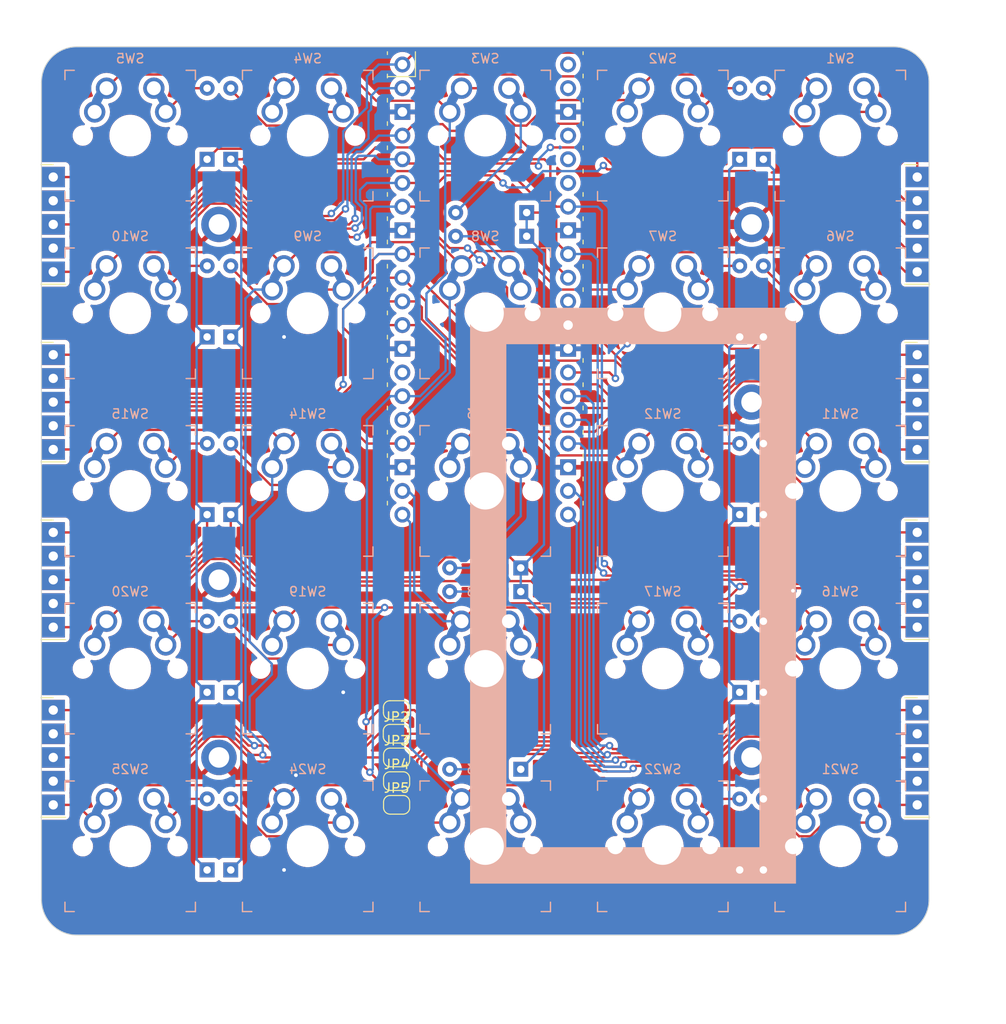
<source format=kicad_pcb>
(kicad_pcb (version 20221018) (generator pcbnew)
  (layers (0 "F.Cu" signal) (31 "B.Cu" signal) (34 "B.Paste" user) (35 "F.Paste" user) (36 "B.SilkS" user "B.Silkscreen") (37 "F.SilkS" user "F.Silkscreen") (38 "B.Mask" user) (39 "F.Mask" user) (44 "Edge.Cuts" user))
  (net 0 "")
  (net 1 "Net-(D1-A)")
  (net 2 "Net-(D2-A)")
  (net 3 "Net-(D3-A)")
  (net 4 "Net-(D4-A)")
  (net 5 "Net-(D5-A)")
  (net 6 "Net-(D6-A)")
  (net 7 "Net-(D7-A)")
  (net 8 "Net-(D8-A)")
  (net 9 "Net-(D9-A)")
  (net 10 "Net-(D10-A)")
  (net 11 "Net-(D11-A)")
  (net 12 "Net-(D12-A)")
  (net 13 "Net-(D13-A)")
  (net 14 "Net-(D14-A)")
  (net 15 "Net-(D15-A)")
  (net 16 "COL_N")
  (net 17 "Net-(D16-A)")
  (net 18 "Net-(D17-A)")
  (net 19 "Net-(D18-A)")
  (net 20 "Net-(D19-A)")
  (net 21 "Net-(D20-A)")
  (net 22 "COL_O")
  (net 23 "Net-(D21-A)")
  (net 24 "Net-(D22-A)")
  (net 25 "Net-(D23-A)")
  (net 26 "Net-(D24-A)")
  (net 27 "Net-(D25-A)")
  (net 28 "COL_A")
  (net 29 "COL_B")
  (net 30 "COL_C")
  (net 31 "COL_D")
  (net 32 "COL_E")
  (net 34 "GND")
  (net 36 "COL_M")
  (net 37 "COL_L")
  (net 38 "COL_K")
  (net 44 "COL_F")
  (net 45 "COL_G")
  (net 46 "COL_H")
  (net 47 "COL_I")
  (net 48 "COL_J")
  (net 49 "ROW_1L")
  (net 50 "ROW_2L")
  (net 51 "ROW_3L")
  (net 52 "ROW_4L")
  (net 53 "ROW_5L")
  (net 54 "ROW_1R")
  (net 55 "ROW_2R")
  (net 56 "ROW_3R")
  (net 57 "ROW_4R")
  (net 58 "ROW_5R")
  (footprint "Elkboard:SW_MX_reversible_flip_no_back_silk" (layer "F.Cu") (at 90.17 57.15)
    (fp_text reference "SW12" hide)
    (fp_text value "SW_Push")
  )
  (footprint "Elkboard:D_DO-35_SOD27_P7.62mm_Horizontal_no_front_silk" (layer "F.Cu") (at 98.425 40.64 90)
    (fp_text reference "D8" hide)
    (fp_text value "1N4148")
  )
  (footprint "Elkboard:SW_MX_reversible_flip_no_back_silk" (layer "F.Cu") (at 109.22 95.25)
    (fp_text reference "SW21" hide)
    (fp_text value "SW_Push")
  )
  (footprint "Elkboard:D_DO-35_SOD27_P7.62mm_Horizontal_no_front_silk" (layer "F.Cu") (at 43.815 78.74 90)
    (fp_text reference "D19" hide)
    (fp_text value "1N4148")
  )
  (footprint "MountingHole:MountingHole_2.2mm_M2_DIN965_Pad" (layer "F.Cu") (at 99.695 85.725)
    (fp_text reference "H5" hide)
    (fp_text value "MountingHole_Pad")
  )
  (footprint "Elkboard:D_DO-35_SOD27_P7.62mm_Horizontal_no_front_silk" (layer "F.Cu") (at 74.93 86.995 180)
    (fp_text reference "D21" hide)
    (fp_text value "1N4148")
  )
  (footprint "MountingHole:MountingHole_2.2mm_M2_DIN965_Pad" (layer "F.Cu") (at 42.545 85.725)
    (fp_text reference "H6" hide)
    (fp_text value "MountingHole_Pad")
  )
  (footprint "Elkboard:SW_MX_reversible_flip_no_back_silk" (layer "F.Cu") (at 90.17 95.25)
    (fp_text reference "SW22" hide)
    (fp_text value "SW_Push")
  )
  (footprint "Elkboard:D_DO-35_SOD27_P7.62mm_Horizontal_no_front_silk" (layer "F.Cu") (at 74.93 65.405 180)
    (fp_text reference "D15" hide)
    (fp_text value "1N4148")
  )
  (footprint "MountingHole:MountingHole_2.2mm_M2_DIN965_Pad" (layer "F.Cu") (at 99.695 47.625)
    (fp_text reference "H3" hide)
    (fp_text value "MountingHole_Pad")
  )
  (footprint "Elkboard:SW_MX_reversible_flip_no_back_silk" (layer "F.Cu") (at 52.07 76.2)
    (fp_text reference "SW19" hide)
    (fp_text value "SW_Push")
  )
  (footprint "Elkboard:PinHeader_1x05_P2.54mm_Vertical" (layer "F.Cu") (at 24.765 23.495)
    (fp_text reference "J2" hide)
    (fp_text value "Conn_01x05")
  )
  (footprint "Elkboard:D_DO-35_SOD27_P7.62mm_Horizontal_no_front_silk" (layer "F.Cu") (at 98.425 78.74 90)
    (fp_text reference "D18" hide)
    (fp_text value "1N4148")
  )
  (footprint "MCU_RaspberryPi_and_Boards:RPi_Pico_SMD_TH" (layer "F.Cu") (at 71.12 35.56)
    (fp_text reference "U1" hide)
    (fp_text value "Pico" hide)
  )
  (footprint "Elkboard:D_DO-35_SOD27_P7.62mm_Horizontal_no_front_silk" (layer "F.Cu") (at 41.275 40.64 90)
    (fp_text reference "D10" hide)
    (fp_text value "1N4148")
  )
  (footprint "Elkboard:PinHeader_1x05_P2.54mm_Vertical" (layer "F.Cu") (at 117.475 23.495)
    (fp_text reference "J1" hide)
    (fp_text value "Conn_01x05")
  )
  (footprint "Elkboard:SW_MX_reversible_flip_no_back_silk" (layer "F.Cu") (at 71.12 19.05)
    (fp_text reference "SW3" hide)
    (fp_text value "SW_Push")
  )
  (footprint "Elkboard:SW_MX_reversible_flip_no_back_silk" (layer "F.Cu") (at 52.07 19.05)
    (fp_text reference "SW4" hide)
    (fp_text value "SW_Push")
  )
  (footprint "Elkboard:D_DO-35_SOD27_P7.62mm_Horizontal_no_front_silk" (layer "F.Cu") (at 43.815 59.69 90)
    (fp_text reference "D13" hide)
    (fp_text value "1N4148")
  )
  (footprint "Elkboard:SW_MX_reversible_flip_no_back_silk" (layer "F.Cu") (at 71.12 57.15)
    (fp_text reference "SW13" hide)
    (fp_text value "SW_Push")
  )
  (footprint "Elkboard:PinHeader_1x05_P2.54mm_Vertical" (layer "F.Cu") (at 117.475 42.55)
    (fp_text reference "J4" hide)
    (fp_text value "Conn_01x05")
  )
  (footprint "Elkboard:PinHeader_1x05_P2.54mm_Vertical" (layer "F.Cu") (at 117.475 61.595)
    (fp_text reference "J5" hide)
    (fp_text value "Conn_01x05")
  )
  (footprint "Elkboard:D_DO-35_SOD27_P7.62mm_Horizontal_no_front_silk" (layer "F.Cu") (at 43.815 97.79 90)
    (fp_text reference "D24" hide)
    (fp_text value "1N4148")
  )
  (footprint "Elkboard:D_DO-35_SOD27_P7.62mm_Horizontal_no_front_silk" (layer "F.Cu") (at 100.965 40.64 90)
    (fp_text reference "D7" hide)
    (fp_text value "1N4148")
  )
  (footprint "Elkboard:SW_MX_reversible_flip_no_back_silk" (layer "F.Cu") (at 33.02 19.05)
    (fp_text reference "SW5" hide)
    (fp_text value "SW_Push")
  )
  (footprint "Elkboard:PinHeader_1x05_P2.54mm_Vertical" (layer "F.Cu") (at 24.765 80.65)
    (fp_text reference "J8" hide)
    (fp_text value "Conn_01x05")
  )
  (footprint "Elkboard:SW_MX_reversible_flip_no_back_silk" (layer "F.Cu") (at 52.07 38.1)
    (fp_text reference "SW9" hide)
    (fp_text value "SW_Push")
  )
  (footprint "Elkboard:SW_MX_reversible_flip_no_back_silk" (layer "F.Cu") (at 71.12 76.2)
    (fp_text reference "SW18" hide)
    (fp_text value "SW_Push")
  )
  (footprint "Elkboard:PinHeader_1x05_P2.54mm_Vertical" (layer "F.Cu") (at 24.765 42.545)
    (fp_text reference "J3" hide)
    (fp_text value "Conn_01x05")
  )
  (footprint "Elkboard:D_DO-35_SOD27_P7.62mm_Horizontal_no_front_silk" (layer "F.Cu") (at 41.275 59.69 90)
    (fp_text reference "D14" hide)
    (fp_text value "1N4148")
  )
  (footprint "Elkboard:D_DO-35_SOD27_P7.62mm_Horizontal_no_front_silk" (layer "F.Cu") (at 100.965 78.74 90)
    (fp_text reference "D17" hide)
    (fp_text value "1N4148")
  )
  (footprint "Jumper:SolderJumper-2_P1.3mm_Open_RoundedPad1.0x1.5mm" (layer "F.Cu") (at 61.595 80.645)
    (fp_text reference "JP1" hide)
    (fp_text value "SolderJumper_2_Open")
  )
  (footprint "Elkboard:D_DO-35_SOD27_P7.62mm_Horizontal_no_front_silk" (layer "F.Cu") (at 98.425 97.79 90)
    (fp_text reference "D23" hide)
    (fp_text value "1N4148")
  )
  (footprint "Elkboard:SW_MX_reversible_flip_no_back_silk" (layer "F.Cu") (at 109.22 19.05)
    (fp_text reference "SW1" hide)
    (fp_text value "SW_Push")
  )
  (footprint "MountingHole:MountingHole_2.2mm_M2_DIN965_Pad" (layer "F.Cu") (at 42.545 28.575)
    (fp_text reference "H2" hide)
    (fp_text value "MountingHole_Pad")
  )
  (footprint "Elkboard:D_DO-35_SOD27_P7.62mm_Horizontal_no_front_silk" (layer "F.Cu") (at 75.565 27.305 180)
    (fp_text reference "D5" hide)
    (fp_text value "1N4148")
  )
  (footprint "Elkboard:D_DO-35_SOD27_P7.62mm_Horizontal_no_front_silk" (layer "F.Cu") (at 100.965 59.69 90)
    (fp_text reference "D11" hide)
    (fp_text value "1N4148")
  )
  (footprint "MountingHole:MountingHole_2.2mm_M2_DIN965_Pad" (layer "F.Cu") (at 99.695 28.575)
    (fp_text reference "H1" hide)
    (fp_text value "MountingHole_Pad")
  )
  (footprint "Elkboard:SW_MX_reversible_flip_no_back_silk" (layer "F.Cu") (at 33.02 57.15)
    (fp_text reference "SW15" hide)
    (fp_text value "SW_Push")
  )
  (footprint "Elkboard:SW_MX_reversible_flip_no_back_silk" (layer "F.Cu") (at 90.17 19.05)
    (fp_text reference "SW2" hide)
    (fp_text value "SW_Push")
  )
  (footprint "Elkboard:SW_MX_reversible_flip_no_back_silk" (layer "F.Cu") (at 33.02 38.1)
    (fp_text reference "SW10" hide)
    (fp_text value "SW_Push")
  )
  (footprint "Elkboard:D_DO-35_SOD27_P7.62mm_Horizontal_no_front_silk" (layer "F.Cu") (at 41.275 97.79 90)
    (fp_text reference "D25" hide)
    (fp_text value "1N4148")
  )
  (footprint "MountingHole:MountingHole_2.2mm_M2_DIN965_Pad" (layer "F.Cu") (at 42.545 66.675)
    (fp_text reference "H4" hide)
    (fp_text value "MountingHole_Pad")
  )
  (footprint "Elkboard:SW_MX_reversible_flip_no_back_silk" (layer "F.Cu") (at 90.17 76.2)
    (fp_text reference "SW17" hide)
    (fp_text value "SW_Push")
  )
  (footprint "Elkboard:SW_MX_reversible_flip_no_back_silk" (layer "F.Cu") (at 90.17 38.1)
    (fp_text reference "SW7" hide)
    (fp_text value "SW_Push")
  )
  (footprint "Elkboard:SW_MX_reversible_flip_no_back_silk" (layer "F.Cu") (at 33.02 76.2)
    (fp_text reference "SW20" hide)
    (fp_text value "SW_Push")
  )
  (footprint "Elkboard:SW_MX_reversible_flip_no_back_silk" (layer "F.Cu") (at 52.07 95.25)
    (fp_text reference "SW24" hide)
    (fp_text value "SW_Push")
  )
  (footprint "Elkboard:D_DO-35_SOD27_P7.62mm_Horizontal_no_front_silk" (layer "F.Cu") (at 74.93 67.945 180)
    (fp_text reference "D16" hide)
    (fp_text value "1N4148")
  )
  (footprint "Elkboard:D_DO-35_SOD27_P7.62mm_Horizontal_no_front_silk" (layer "F.Cu") (at 43.815 40.64 90)
    (fp_text reference "D9" hide)
    (fp_text value "1N4148")
  )
  (footprint "Elkboard:D_DO-35_SOD27_P7.62mm_Horizontal_no_front_silk" (layer "F.Cu") (at 100.965 97.79 90)
    (fp_text reference "D22" hide)
    (fp_text value "1N4148")
  )
  (footprint "Elkboard:D_DO-35_SOD27_P7.62mm_Horizontal_no_front_silk" (layer "F.Cu") (at 98.425 21.59 90)
    (fp_text reference "D2" hide)
    (fp_text value "1N4148")
  )
  (footprint "Elkboard:SW_MX_reversible_flip_no_back_silk" (layer "F.Cu") (at 109.22 38.1)
    (fp_text reference "SW6" hide)
    (fp_text value "SW_Push")
  )
  (footprint "Elkboard:PinHeader_1x05_P2.54mm_Vertical" (layer "F.Cu") (at 117.475 80.65)
    (fp_text reference "J7" hide)
    (fp_text value "Conn_01x05")
  )
  (footprint "Elkboard:D_DO-35_SOD27_P7.62mm_Horizontal_no_front_silk" (layer "F.Cu") (at 98.425 59.69 90)
    (fp_text reference "D12" hide)
    (fp_text value "1N4148")
  )
  (footprint "Jumper:SolderJumper-2_P1.3mm_Open_RoundedPad1.0x1.5mm" (layer "F.Cu") (at 61.61 88.265)
    (fp_text reference "JP4")
    (fp_text value "SolderJumper_2_Open")
  )
  (footprint "Elkboard:PinHeader_1x05_P2.54mm_Vertical" (layer "F.Cu") (at 24.765 61.6)
    (fp_text reference "J6" hide)
    (fp_text value "Conn_01x05")
  )
  (footprint "Elkboard:D_DO-35_SOD27_P7.62mm_Horizontal_no_front_silk" (layer "F.Cu") (at 100.965 21.59 90)
    (fp_text reference "D1" hide)
    (fp_text value "1N4148")
  )
  (footprint "Elkboard:SW_MX_reversible_flip_no_back_silk" (layer "F.Cu") (at 109.22 57.15)
    (fp_text reference "SW11" hide)
    (fp_text value "SW_Push")
  )
  (footprint "Jumper:SolderJumper-2_P1.3mm_Open_RoundedPad1.0x1.5mm" (layer "F.Cu") (at 61.61 90.805)
    (fp_text reference "JP5")
    (fp_text value "SolderJumper_2_Open")
  )
  (footprint "Elkboard:D_DO-35_SOD27_P7.62mm_Horizontal_no_front_silk" (layer "F.Cu") (at 43.815 21.59 90)
    (fp_text reference "D3" hide)
    (fp_text value "1N4148")
  )
  (footprint "Elkboard:D_DO-35_SOD27_P7.62mm_Horizontal_no_front_silk" (layer "F.Cu") (at 41.275 21.59 90)
    (fp_text reference "D4" hide)
    (fp_text value "1N4148")
  )
  (footprint "Elkboard:SW_MX_reversible_flip_no_back_silk" (layer "F.Cu") (at 52.07 57.15)
    (fp_text reference "SW14" hide)
    (fp_text value "SW_Push")
  )
  (footprint "Elkboard:SW_MX_reversible_flip_no_back_silk" (layer "F.Cu") (at 71.12 38.1)
    (fp_text reference "SW8" hide)
    (fp_text value "SW_Push")
  )
  (footprint "Jumper:SolderJumper-2_P1.3mm_Open_RoundedPad1.0x1.5mm" (layer "F.Cu") (at 61.58 83.185)
    (fp_text reference "JP2")
    (fp_text value "SolderJumper_2_Open")
  )
  (footprint "Elkboard:SW_MX_reversible_flip_no_back_silk" (layer "F.Cu") (at 109.22 76.2)
    (fp_text reference "SW16" hide)
    (fp_text value "SW_Push")
  )
  (footprint "Elkboard:SW_MX_reversible_flip_no_back_silk" (layer "F.Cu") (at 33.02 95.25)
    (fp_text reference "SW25" hide)
    (fp_text value "SW_Push")
  )
  (footprint "Elkboard:D_DO-35_SOD27_P7.62mm_Horizontal_no_front_silk" (layer "F.Cu") (at 75.565 29.845 180)
    (fp_text reference "D6" hide)
    (fp_text value "1N4148")
  )
  (footprint "Elkboard:SW_MX_reversible_flip_no_back_silk" (layer "F.Cu") (at 71.12 95.25)
    (fp_text reference "SW23" hide)
    (fp_text value "SW_Push")
  )
  (footprint "Elkboard:D_DO-35_SOD27_P7.62mm_Horizontal_no_front_silk" (layer "F.Cu") (at 41.275 78.74 90)
    (fp_text reference "D20" hide)
    (fp_text value "1N4148")
  )
  (footprint "Jumper:SolderJumper-2_P1.3mm_Open_RoundedPad1.0x1.5mm" (layer "F.Cu") (at 61.61 85.725)
    (fp_text reference "JP3")
    (fp_text value "SolderJumper_2_Open")
  )
  (gr_line (start 23.494999 100.965001) (end 23.495 13.335) (stroke (width 0.1)) (layer "Edge.Cuts"))
  (gr_line (start 27.304999 104.775001) (end 114.935 104.775) (stroke (width 0.1)) (layer "Edge.Cuts"))
  (gr_arc (start 114.935 9.525) (mid 117.629077 10.640923) (end 118.745 13.335) (stroke (width 0.1)) (layer "Edge.Cuts"))
  (gr_line (start 27.305 9.525) (end 114.935 9.525) (stroke (width 0.1)) (layer "Edge.Cuts"))
  (gr_arc (start 23.495 13.335) (mid 24.610923 10.640923) (end 27.305 9.525) (stroke (width 0.1)) (layer "Edge.Cuts"))
  (gr_arc (start 118.745 100.965) (mid 117.629077 103.659077) (end 114.935 104.775) (stroke (width 0.1)) (layer "Edge.Cuts"))
  (gr_arc (start 27.304999 104.775001) (mid 24.610922 103.659078) (end 23.494999 100.965001) (stroke (width 0.1)) (layer "Edge.Cuts"))
  (gr_line (start 118.745 100.965) (end 118.745 13.335) (stroke (width 0.1)) (layer "Edge.Cuts"))
  (gr_text "Elkboard {dblquote}Rockfish{dblquote} 3.13 - elkhomegardens.ca" (at 53.34 104.14) (layer "F.Cu") (effects (font (size 1 1)) (justify left bottom)))
  (gr_text "𐂂" (at 107.95 95.25) (layer "B.SilkS") (effects (font (size 50 50) (thickness 0.3) bold) (justify left bottom mirror)))
  (segment (start 41.275 13.97) (end 39.37 13.97) (width 0.25) (layer "F.Cu") (net 1))
  (segment (start 39.37 13.97) (end 36.83 16.51) (width 0.25) (layer "F.Cu") (net 1))
  (segment (start 35.931974 14.341975) (end 35.56 13.97) (width 1) (layer "B.Cu") (net 1))
  (arc (start 36.83 16.51) (mid 36.596611 15.336673) (end 35.931974 14.341975) (width 1) (layer "B.Cu") (net 1))
  (segment (start 51.054 16.51) (end 55.88 16.51) (width 0.25) (layer "F.Cu") (net 2))
  (segment (start 43.815 13.97) (end 43.815 14.141066) (width 0.25) (layer "F.Cu") (net 2))
  (segment (start 43.815 14.141066) (end 47.651934 17.978) (width 0.25) (layer "F.Cu") (net 2))
  (segment (start 49.586 17.978) (end 51.054 16.51) (width 0.25) (layer "F.Cu") (net 2))
  (segment (start 47.651934 17.978) (end 49.586 17.978) (width 0.25) (layer "F.Cu") (net 2))
  (segment (start 54.981974 14.341975) (end 54.61 13.97) (width 1) (layer "B.Cu") (net 2))
  (arc (start 55.88 16.51) (mid 55.646611 15.336673) (end 54.981974 14.341975) (width 1) (layer "B.Cu") (net 2))
  (segment (start 98.425 13.97) (end 96.52 13.97) (width 0.25) (layer "F.Cu") (net 3))
  (segment (start 96.52 13.97) (end 93.98 16.51) (width 0.25) (layer "F.Cu") (net 3))
  (segment (start 93.081974 14.341975) (end 92.71 13.97) (width 1) (layer "B.Cu") (net 3))
  (arc (start 93.98 16.51) (mid 93.746611 15.336673) (end 93.081974 14.341975) (width 1) (layer "B.Cu") (net 3))
  (segment (start 104.892703 18.068769) (end 106.8511 18.068769) (width 0.25) (layer "F.Cu") (net 4))
  (segment (start 108.409869 16.51) (end 113.03 16.51) (width 0.25) (layer "F.Cu") (net 4))
  (segment (start 100.965 13.97) (end 100.965 14.141066) (width 0.25) (layer "F.Cu") (net 4))
  (segment (start 106.8511 18.068769) (end 108.409869 16.51) (width 0.25) (layer "F.Cu") (net 4))
  (segment (start 100.965 14.141066) (end 104.892703 18.068769) (width 0.25) (layer "F.Cu") (net 4))
  (segment (start 112.131974 14.341975) (end 111.76 13.97) (width 1) (layer "B.Cu") (net 4))
  (arc (start 113.03 16.51) (mid 112.796611 15.336673) (end 112.131974 14.341975) (width 1) (layer "B.Cu") (net 4))
  (segment (start 74.93 20.32) (end 74.93 16.51) (width 0.25) (layer "B.Cu") (net 5))
  (segment (start 74.031974 14.341975) (end 73.66 13.97) (width 1) (layer "B.Cu") (net 5))
  (segment (start 67.945 27.305) (end 74.93 20.32) (width 0.25) (layer "B.Cu") (net 5))
  (arc (start 74.93 16.51) (mid 74.696611 15.336673) (end 74.031974 14.341975) (width 1) (layer "B.Cu") (net 5))
  (segment (start 67.945 29.845) (end 70.485 29.845) (width 0.25) (layer "B.Cu") (net 6))
  (segment (start 74.031974 33.391975) (end 73.66 33.02) (width 1) (layer "B.Cu") (net 6))
  (segment (start 70.485 29.845) (end 73.66 33.02) (width 0.25) (layer "B.Cu") (net 6))
  (arc (start 74.93 35.56) (mid 74.696611 34.386673) (end 74.031974 33.391975) (width 1) (layer "B.Cu") (net 6))
  (segment (start 41.275 33.02) (end 39.37 33.02) (width 0.25) (layer "F.Cu") (net 7))
  (segment (start 39.37 33.02) (end 36.83 35.56) (width 0.25) (layer "F.Cu") (net 7))
  (segment (start 35.931974 33.391975) (end 35.56 33.02) (width 1) (layer "B.Cu") (net 7))
  (arc (start 36.83 35.56) (mid 36.596611 34.386673) (end 35.931974 33.391975) (width 1) (layer "B.Cu") (net 7))
  (segment (start 49.7011 37.118769) (end 51.259869 35.56) (width 0.25) (layer "F.Cu") (net 8))
  (segment (start 43.815 33.02) (end 43.815 33.191066) (width 0.25) (layer "F.Cu") (net 8))
  (segment (start 47.742703 37.118769) (end 49.7011 37.118769) (width 0.25) (layer "F.Cu") (net 8))
  (segment (start 43.815 33.191066) (end 47.742703 37.118769) (width 0.25) (layer "F.Cu") (net 8))
  (segment (start 51.259869 35.56) (end 55.88 35.56) (width 0.25) (layer "F.Cu") (net 8))
  (segment (start 54.981974 33.391975) (end 54.61 33.02) (width 1) (layer "B.Cu") (net 8))
  (arc (start 55.88 35.56) (mid 55.646611 34.386673) (end 54.981974 33.391975) (width 1) (layer "B.Cu") (net 8))
  (segment (start 96.52 33.02) (end 93.98 35.56) (width 0.25) (layer "F.Cu") (net 9))
  (segment (start 98.425 33.02) (end 96.52 33.02) (width 0.25) (layer "F.Cu") (net 9))
  (segment (start 93.081974 33.391975) (end 92.71 33.02) (width 1) (layer "B.Cu") (net 9))
  (arc (start 93.98 35.56) (mid 93.746611 34.386673) (end 93.081974 33.391975) (width 1) (layer "B.Cu") (net 9))
  (segment (start 105.238934 37.465) (end 106.504869 37.465) (width 0.25) (layer "F.Cu") (net 10))
  (segment (start 106.504869 37.465) (end 108.409869 35.56) (width 0.25) (layer "F.Cu") (net 10))
  (segment (start 100.965 33.191066) (end 105.238934 37.465) (width 0.25) (layer "F.Cu") (net 10))
  (segment (start 100.965 33.02) (end 100.965 33.191066) (width 0.25) (layer "F.Cu") (net 10))
  (segment (start 108.409869 35.56) (end 113.03 35.56) (width 0.25) (layer "F.Cu") (net 10))
  (segment (start 112.131974 33.391975) (end 111.76 33.02) (width 1) (layer "B.Cu") (net 10))
  (arc (start 113.03 35.56) (mid 112.796611 34.386673) (end 112.131974 33.391975) (width 1) (layer "B.Cu") (net 10))
  (segment (start 41.275 52.07) (end 39.37 52.07) (width 0.25) (layer "F.Cu") (net 11))
  (segment (start 39.37 52.07) (end 36.83 54.61) (width 0.25) (layer "F.Cu") (net 11))
  (segment (start 35.931974 52.441975) (end 35.56 52.07) (width 1) (layer "B.Cu") (net 11))
  (arc (start 36.83 54.61) (mid 36.596611 53.436673) (end 35.931974 52.441975) (width 1) (layer "B.Cu") (net 11))
  (segment (start 43.815 52.241066) (end 48.088934 56.515) (width 0.25) (layer "F.Cu") (net 12))
  (segment (start 51.259869 54.61) (end 55.88 54.61) (width 0.25) (layer "F.Cu") (net 12))
  (segment (start 43.815 52.07) (end 43.815 52.241066) (width 0.25) (layer "F.Cu") (net 12))
  (segment (start 49.354869 56.515) (end 51.259869 54.61) (width 0.25) (layer "F.Cu") (net 12))
  (segment (start 48.088934 56.515) (end 49.354869 56.515) (width 0.25) (layer "F.Cu") (net 12))
  (segment (start 54.981974 52.441975) (end 54.61 52.07) (width 1) (layer "B.Cu") (net 12))
  (arc (start 55.88 54.61) (mid 55.646611 53.436673) (end 54.981974 52.441975) (width 1) (layer "B.Cu") (net 12))
  (segment (start 96.52 52.07) (end 93.98 54.61) (width 0.25) (layer "F.Cu") (net 13))
  (segment (start 98.425 52.07) (end 96.52 52.07) (width 0.25) (layer "F.Cu") (net 13))
  (segment (start 93.081974 52.441975) (end 92.71 52.07) (width 1) (layer "B.Cu") (net 13))
  (arc (start 93.98 54.61) (mid 93.746611 53.436673) (end 93.081974 52.441975) (width 1) (layer "B.Cu") (net 13))
  (segment (start 105.238934 56.515) (end 106.504869 56.515) (width 0.25) (layer "F.Cu") (net 14))
  (segment (start 108.409869 54.61) (end 113.03 54.61) (width 0.25) (layer "F.Cu") (net 14))
  (segment (start 100.965 52.241066) (end 105.238934 56.515) (width 0.25) (layer "F.Cu") (net 14))
  (segment (start 106.504869 56.515) (end 108.409869 54.61) (width 0.25) (layer "F.Cu") (net 14))
  (segment (start 100.965 52.07) (end 100.965 52.241066) (width 0.25) (layer "F.Cu") (net 14))
  (segment (start 112.131974 52.441975) (end 111.76 52.07) (width 1) (layer "B.Cu") (net 14))
  (arc (start 113.03 54.61) (mid 112.796611 53.436673) (end 112.131974 52.441975) (width 1) (layer "B.Cu") (net 14))
  (segment (start 69.376701 65.405) (end 74.93 59.851701) (width 0.25) (layer "B.Cu") (net 15))
  (segment (start 67.31 65.405) (end 69.376701 65.405) (width 0.25) (layer "B.Cu") (net 15))
  (segment (start 73.66 52.07) (end 74.031974 52.441974) (width 1) (layer "B.Cu") (net 15))
  (segment (start 74.93 59.851701) (end 74.93 54.61) (width 0.25) (layer "B.Cu") (net 15))
  (arc (start 74.031974 52.441974) (mid 74.696611 53.436672) (end 74.93 54.61) (width 1) (layer "B.Cu") (net 15))
  (segment (start 97.0725 68.752) (end 98.425 67.3995) (width 0.25) (layer "F.Cu") (net 16))
  (segment (start 26.665 69.22) (end 28.755 67.13) (width 0.25) (layer "F.Cu") (net 16))
  (segment (start 46.541396 66.86) (end 64.135 66.86) (width 0.25) (layer "F.Cu") (net 16))
  (segment (start 41.408604 64) (end 43.681396 64) (width 0.25) (layer "F.Cu") (net 16))
  (segment (start 106.045 67.125) (end 98.6995 67.125) (width 0.25) (layer "F.Cu") (net 16))
  (segment (start 38.278604 67.13) (end 41.408604 64) (width 0.25) (layer "F.Cu") (net 16))
  (segment (start 83.185 39.37) (end 84.455 40.64) (width 0.25) (layer "F.Cu") (net 16))
  (segment (start 64.175 66.82) (end 76.055 66.82) (width 0.25) (layer "F.Cu") (net 16))
  (segment (start 80.01 39.37) (end 83.185 39.37) (width 0.25) (layer "F.Cu") (net 16))
  (segment (start 64.135 66.86) (end 64.175 66.82) (width 0.25) (layer "F.Cu") (net 16))
  (segment (start 84.455 40.64) (end 98.425 40.64) (width 0.25) (layer "F.Cu") (net 16))
  (segment (start 28.755 67.13) (end 38.278604 67.13) (width 0.25) (layer "F.Cu") (net 16))
  (segment (start 43.681396 64) (end 46.541396 66.86) (width 0.25) (layer "F.Cu") (net 16))
  (segment (start 76.055 66.82) (end 77.987 68.752) (width 0.25) (layer "F.Cu") (net 16))
  (segment (start 98.6995 67.125) (end 98.425 67.3995) (width 0.25) (layer "F.Cu") (net 16))
  (segment (start 77.987 68.752) (end 97.0725 68.752) (width 0.25) (layer "F.Cu") (net 16))
  (segment (start 115.57 69.215) (end 113.48 67.125) (width 0.25) (layer "F.Cu") (net 16))
  (segment (start 24.765 69.22) (end 26.665 69.22) (width 0.25) (layer "F.Cu") (net 16))
  (segment (start 113.48 67.125) (end 106.045 67.125) (width 0.25) (layer "F.Cu") (net 16))
  (segment (start 117.475 69.215) (end 115.57 69.215) (width 0.25) (layer "F.Cu") (net 16))
  (via (at 98.425 67.3995) (size 0.8) (drill 0.4) (layers "F.Cu" "B.Cu") (net 16))
  (segment (start 97.3 22.715) (end 97.3 39.515) (width 0.25) (layer "B.Cu") (net 16))
  (segment (start 98.425 21.59) (end 97.3 22.715) (width 0.25) (layer "B.Cu") (net 16))
  (segment (start 97.3 41.765) (end 97.3 58.565) (width 0.25) (layer "B.Cu") (net 16))
  (segment (start 97.3 58.565) (end 98.425 59.69) (width 0.25) (layer "B.Cu") (net 16))
  (segment (start 97.3 39.515) (end 98.425 40.64) (width 0.25) (layer "B.Cu") (net 16))
  (segment (start 98.425 59.69) (end 97.3 60.815) (width 0.25) (layer "B.Cu") (net 16))
  (segment (start 97.3 79.865) (end 98.425 78.74) (width 0.25) (layer "B.Cu") (net 16))
  (segment (start 98.0245 67.3995) (end 97.3 66.675) (width 0.25) (layer "B.Cu") (net 16))
  (segment (start 97.3 66.675) (end 97.3 77.615) (width 0.25) (layer "B.Cu") (net 16))
  (segment (start 97.3 60.815) (end 97.3 66.675) (width 0.25) (layer "B.Cu") (net 16))
  (segment (start 97.3 77.615) (end 98.425 78.74) (width 0.25) (layer "B.Cu") (net 16))
  (segment (start 98.425 97.79) (end 97.3 96.665) (width 0.25) (layer "B.Cu") (net 16))
  (segment (start 97.3 96.665) (end 97.3 79.865) (width 0.25) (layer "B.Cu") (net 16))
  (segment (start 98.425 67.3995) (end 98.0245 67.3995) (width 0.25) (layer "B.Cu") (net 16))
  (segment (start 98.425 40.64) (end 97.3 41.765) (width 0.25) (layer "B.Cu") (net 16))
  (segment (start 67.31 67.945) (end 70.485 67.945) (width 0.25) (layer "B.Cu") (net 17))
  (segment (start 70.485 67.945) (end 73.66 71.12) (width 0.25) (layer "B.Cu") (net 17))
  (segment (start 74.031974 71.491975) (end 73.66 71.12) (width 1) (layer "B.Cu") (net 17))
  (arc (start 74.93 73.66) (mid 74.696611 72.486673) (end 74.031974 71.491975) (width 1) (layer "B.Cu") (net 17))
  (segment (start 39.37 71.12) (end 36.83 73.66) (width 0.25) (layer "F.Cu") (net 18))
  (segment (start 41.275 71.12) (end 39.37 71.12) (width 0.25) (layer "F.Cu") (net 18))
  (segment (start 35.56 71.12) (end 35.931974 71.491974) (width 1) (layer "B.Cu") (net 18))
  (arc (start 35.931974 71.491974) (mid 36.596611 72.486672) (end 36.83 73.66) (width 1) (layer "B.Cu") (net 18))
  (segment (start 49.791869 75.128) (end 51.259869 73.66) (width 0.25) (layer "F.Cu") (net 19))
  (segment (start 51.259869 73.66) (end 55.88 73.66) (width 0.25) (layer "F.Cu") (net 19))
  (segment (start 43.815 71.12) (end 43.815 71.291066) (width 0.25) (layer "F.Cu") (net 19))
  (segment (start 47.651934 75.128) (end 49.791869 75.128) (width 0.25) (layer "F.Cu") (net 19))
  (segment (start 43.815 71.291066) (end 47.651934 75.128) (width 0.25) (layer "F.Cu") (net 19))
  (segment (start 54.981974 71.491975) (end 54.61 71.12) (width 1) (layer "B.Cu") (net 19))
  (arc (start 55.88 73.66) (mid 55.646611 72.486673) (end 54.981974 71.491975) (width 1) (layer "B.Cu") (net 19))
  (segment (start 98.425 71.12) (end 96.52 71.12) (width 0.25) (layer "F.Cu") (net 20))
  (segment (start 96.52 71.12) (end 93.98 73.66) (width 0.25) (layer "F.Cu") (net 20))
  (segment (start 93.081974 71.491975) (end 92.71 71.12) (width 1) (layer "B.Cu") (net 20))
  (arc (start 93.98 73.66) (mid 93.746611 72.486673) (end 93.081974 71.491975) (width 1) (layer "B.Cu") (net 20))
  (segment (start 108.409869 73.66) (end 113.03 73.66) (width 0.25) (layer "F.Cu") (net 21))
  (segment (start 106.8511 75.218769) (end 108.409869 73.66) (width 0.25) (layer "F.Cu") (net 21))
  (segment (start 104.892703 75.218769) (end 106.8511 75.218769) (width 0.25) (layer "F.Cu") (net 21))
  (segment (start 100.965 71.291066) (end 104.892703 75.218769) (width 0.25) (layer "F.Cu") (net 21))
  (segment (start 100.965 71.12) (end 100.965 71.291066) (width 0.25) (layer "F.Cu") (net 21))
  (segment (start 112.131974 71.491975) (end 111.76 71.12) (width 1) (layer "B.Cu") (net 21))
  (arc (start 113.03 73.66) (mid 112.796611 72.486673) (end 112.131974 71.491975) (width 1) (layer "B.Cu") (net 21))
  (segment (start 96.52 41.09) (end 92.71 41.09) (width 0.25) (layer "F.Cu") (net 22))
  (segment (start 117.475 71.755) (end 115.57 71.755) (width 0.25) (layer "F.Cu") (net 22))
  (segment (start 26.665 71.76) (end 27.305 71.12) (width 0.25) (layer "F.Cu") (net 22))
  (segment (start 104.4145 67.575) (end 104.14 67.8495) (width 0.25) (layer "F.Cu") (net 22))
  (segment (start 106.68 67.575) (end 104.4145 67.575) (width 0.25) (layer "F.Cu") (net 22))
  (segment (start 28.941396 67.58) (end 38.465 67.58) (width 0.25) (layer "F.Cu") (net 22))
  (segment (start 100.965 40.64) (end 99.695 41.91) (width 0.25) (layer "F.Cu") (net 22))
  (segment (start 99.695 41.91) (end 97.34 41.91) (width 0.25) (layer "F.Cu") (net 22))
  (segment (start 27.305 71.12) (end 27.305 69.216396) (width 0.25) (layer "F.Cu") (net 22))
  (segment (start 66.976009 69.202) (end 102.7875 69.202) (width 0.25) (layer "F.Cu") (net 22))
  (segment (start 113.293604 67.575) (end 106.68 67.575) (width 0.25) (layer "F.Cu") (net 22))
  (segment (start 86.6345 41.09) (end 90.17 41.09) (width 0.25) (layer "F.Cu") (net 22))
  (segment (start 84.455 44.45) (end 85.09 45.085) (width 0.25) (layer "F.Cu") (net 22))
  (segment (start 24.765 71.76) (end 26.665 71.76) (width 0.25) (layer "F.Cu") (net 22))
  (segment (start 102.7875 69.202) (end 104.14 67.8495) (width 0.25) (layer "F.Cu") (net 22))
  (segment (start 114.935 69.216396) (end 113.293604 67.575) (width 0.25) (layer "F.Cu") (net 22))
  (segment (start 43.495 64.45) (end 46.355 67.31) (width 0.25) (layer "F.Cu") (net 22))
  (segment (start 46.355 67.31) (end 65.084009 67.31) (width 0.25) (layer "F.Cu") (net 22))
  (segment (start 38.465 67.58) (end 41.595 64.45) (width 0.25) (layer "F.Cu") (net 22))
  (segment (start 80.01 44.45) (end 84.455 44.45) (width 0.25) (layer "F.Cu") (net 22))
  (segment (start 65.084009 67.31) (end 66.976009 69.202) (width 0.25) (layer "F.Cu") (net 22))
  (segment (start 114.935 71.12) (end 114.935 69.216396) (width 0.25) (layer "F.Cu") (net 22))
  (segment (start 92.71 41.09) (end 90.17 41.09) (width 0.25) (layer "F.Cu") (net 22))
  (segment (start 97.34 41.91) (end 96.52 41.09) (width 0.25) (layer "F.Cu") (net 22))
  (segment (start 27.305 69.216396) (end 28.941396 67.58) (width 0.25) (layer "F.Cu") (net 22))
  (segment (start 41.595 64.45) (end 43.495 64.45) (width 0.25) (layer "F.Cu") (net 22))
  (segment (start 86.36 41.3645) (end 86.6345 41.09) (width 0.25) (layer "F.Cu") (net 22))
  (segment (start 115.57 71.755) (end 114.935 71.12) (width 0.25) (layer "F.Cu") (net 22))
  (via (at 85.09 45.085) (size 0.8) (drill 0.4) (layers "F.Cu" "B.Cu") (net 22))
  (via (at 86.36 41.3645) (size 0.8) (drill 0.4) (layers "F.Cu" "B.Cu") (net 22))
  (via (at 104.14 67.8495) (size 0.8) (drill 0.4) (layers "F.Cu" "B.Cu") (net 22))
  (segment (start 85.09 42.6345) (end 86.36 41.3645) (width 0.25) (layer "B.Cu") (net 22))
  (segment (start 102.09 77.615) (end 100.965 78.74) (width 0.25) (layer "B.Cu") (net 22))
  (segment (start 102.09 60.815) (end 102.09 66.675) (width 0.25) (layer "B.Cu") (net 22))
  (segment (start 102.09 66.675) (end 102.09 77.615) (width 0.25) (layer "B.Cu") (net 22))
  (segment (start 102.09 58.565) (end 102.09 41.765) (width 0.25) (layer "B.Cu") (net 22))
  (segment (start 102.9655 67.8495) (end 102.09 66.974) (width 0.25) (layer "B.Cu") (net 22))
  (segment (start 100.965 59.69) (end 102.09 58.565) (width 0.25) (layer "B.Cu") (net 22))
  (segment (start 102.09 41.765) (end 100.965 40.64) (width 0.25) (layer "B.Cu") (net 22))
  (segment (start 100.965 59.69) (end 102.09 60.815) (width 0.25) (layer "B.Cu") (net 22))
  (segment (start 100.965 21.59) (end 102.09 22.715) (width 0.25) (layer "B.Cu") (net 22))
  (segment (start 102.09 39.515) (end 100.965 40.64) (width 0.25) (layer "B.Cu") (net 22))
  (segment (start 102.09 66.974) (end 102.09 66.675) (width 0.25) (layer "B.Cu") (net 22))
  (segment (start 100.965 97.79) (end 102.09 96.665) (width 0.25) (layer "B.Cu") (net 22))
  (segment (start 85.09 45.085) (end 85.09 42.6345) (width 0.25) (layer "B.Cu") (net 22))
  (segment (start 102.09 96.665) (end 102.09 79.865) (width 0.25) (layer "B.Cu") (net 22))
  (segment (start 102.09 79.865) (end 100.965 78.74) (width 0.25) (layer "B.Cu") (net 22))
  (segment (start 104.14 67.8495) (end 102.9655 67.8495) (width 0.25) (layer "B.Cu") (net 22))
  (segment (start 102.09 22.715) (end 102.09 39.515) (width 0.25) (layer "B.Cu") (net 22))
  (segment (start 73.66 90.17) (end 74.031974 90.541974) (width 1) (layer "B.Cu") (net 23))
  (segment (start 70.485 86.995) (end 73.66 90.17) (width 0.25) (layer "B.Cu") (net 23))
  (segment (start 67.31 86.995) (end 70.485 86.995) (width 0.25) (layer "B.Cu") (net 23))
  (arc (start 74.031974 90.541974) (mid 74.696611 91.536672) (end 74.93 92.71) (width 1) (layer "B.Cu") (net 23))
  (segment (start 41.275 90.17) (end 39.37 90.17) (width 0.25) (layer "F.Cu") (net 24))
  (segment (start 39.37 90.17) (end 36.83 92.71) (width 0.25) (layer "F.Cu") (net 24))
  (segment (start 35.931974 90.541975) (end 35.56 90.17) (width 1) (layer "B.Cu") (net 24))
  (arc (start 36.83 92.71) (mid 36.596611 91.536673) (end 35.931974 90.541975) (width 1) (layer "B.Cu") (net 24))
  (segment (start 43.815 90.17) (end 43.815 90.341066) (width 0.25) (layer "F.Cu") (net 25))
  (segment (start 51.259869 92.71) (end 55.88 92.71) (width 0.25) (layer "F.Cu") (net 25))
  (segment (start 43.815 90.341066) (end 47.651934 94.178) (width 0.25) (layer "F.Cu") (net 25))
  (segment (start 49.791869 94.178) (end 51.259869 92.71) (width 0.25) (layer "F.Cu") (net 25))
  (segment (start 47.651934 94.178) (end 49.791869 94.178) (width 0.25) (layer "F.Cu") (net 25))
  (segment (start 54.981974 90.541975) (end 54.61 90.17) (width 1) (layer "B.Cu") (net 25))
  (arc (start 55.88 92.71) (mid 55.646611 91.536673) (end 54.981974 90.541975) (width 1) (layer "B.Cu") (net 25))
  (segment (start 96.52 90.17) (end 93.98 92.71) (width 0.25) (layer "F.Cu") (net 26))
  (segment (start 98.425 90.17) (end 96.52 90.17) (width 0.25) (layer "F.Cu") (net 26))
  (segment (start 93.081974 90.541975) (end 92.71 90.17) (width 1) (layer "B.Cu") (net 26))
  (arc (start 93.98 92.71) (mid 93.746611 91.536673) (end 93.081974 90.541975) (width 1) (layer "B.Cu") (net 26))
  (segment (start 107.486066 92.71) (end 113.03 92.71) (width 0.25) (layer "F.Cu") (net 27))
  (segment (start 100.965 90.17) (end 100.965 90.341066) (width 0.25) (layer "F.Cu") (net 27))
  (segment (start 104.801934 94.178) (end 106.018066 94.178) (width 0.25) (layer "F.Cu") (net 27))
  (segment (start 106.018066 94.178) (end 107.486066 92.71) (width 0.25) (layer "F.Cu") (net 27))
  (segment (start 100.965 90.341066) (end 104.801934 94.178) (width 0.25) (layer "F.Cu") (net 27))
  (segment (start 112.131974 90.541975) (end 111.76 90.17) (width 1) (layer "B.Cu") (net 27))
  (arc (start 113.03 92.71) (mid 112.796611 91.536673) (end 112.131974 90.541975) (width 1) (layer "B.Cu") (net 27))
  (segment (start 44.239188 24.55) (end 40.849416 24.55) (width 0.25) (layer "F.Cu") (net 28))
  (segment (start 54.61 27.4005) (end 54.3355 27.675) (width 0.25) (layer "F.Cu") (net 28))
  (segment (start 27.305 24.13) (end 26.67 23.495) (width 0.25) (layer "F.Cu") (net 28))
  (segment (start 47.364188 27.675) (end 44.239188 24.55) (width 0.25) (layer "F.Cu") (net 28))
  (segment (start 115.57 10.16) (end 117.475 12.065) (width 0.25) (layer "F.Cu") (net 28))
  (segment (start 54.3355 27.675) (end 47.364188 27.675) (width 0.25) (layer "F.Cu") (net 28))
  (segment (start 26.67 23.495) (end 24.765 23.495) (width 0.25) (layer "F.Cu") (net 28))
  (segment (start 28.946396 27.675) (end 27.305 26.033604) (width 0.25) (layer "F.Cu") (net 28))
  (segment (start 117.475 23.495) (end 117.475 12.065) (width 0.25) (layer "F.Cu") (net 28))
  (segment (start 63.5 10.16) (end 115.57 10.16) (width 0.25) (layer "F.Cu") (net 28))
  (segment (start 27.305 26.033604) (end 27.305 24.13) (width 0.25) (layer "F.Cu") (net 28))
  (segment (start 40.849416 24.55) (end 37.724416 27.675) (width 0.25) (layer "F.Cu") (net 28))
  (segment (start 62.23 11.43) (end 63.5 10.16) (width 0.25) (layer "F.Cu") (net 28))
  (segment (start 37.724416 27.675) (end 28.946396 27.675) (width 0.25) (layer "F.Cu") (net 28))
  (via (at 54.61 27.4005) (size 0.8) (drill 0.4) (layers "F.Cu" "B.Cu") (net 28))
  (segment (start 58.42 16.046066) (end 55.88 18.586066) (width 0.25) (layer "B.Cu") (net 28))
  (segment (start 55.88 18.586066) (end 55.88 26.1305) (width 0.25) (layer "B.Cu") (net 28))
  (segment (start 62.23 11.43) (end 59.69 11.43) (width 0.25) (layer "B.Cu") (net 28))
  (segment (start 59.69 11.43) (end 58.42 12.7) (width 0.25) (layer "B.Cu") (net 28))
  (segment (start 58.42 12.7) (end 58.42 16.046066) (width 0.25) (layer "B.Cu") (net 28))
  (segment (start 55.88 26.1305) (end 54.61 27.4005) (width 0.25) (layer "B.Cu") (net 28))
  (segment (start 44.052792 25) (end 47.177792 28.125) (width 0.25) (layer "F.Cu") (net 29))
  (segment (start 24.765 26.035) (end 26.67 26.035) (width 0.25) (layer "F.Cu") (net 29))
  (segment (start 41.035812 25) (end 44.052792 25) (width 0.25) (layer "F.Cu") (net 29))
  (segment (start 37.910812 28.125) (end 41.035812 25) (width 0.25) (layer "F.Cu") (net 29))
  (segment (start 116.205 26.035) (end 115.57 25.4) (width 0.25) (layer "F.Cu") (net 29))
  (segment (start 54.910098 28.125) (end 56.122549 26.912549) (width 0.25) (layer "F.Cu") (net 29))
  (segment (start 117.025 13.52) (end 115.557 12.052) (width 0.25) (layer "F.Cu") (net 29))
  (segment (start 117.025 20.77) (end 117.025 13.52) (width 0.25) (layer "F.Cu") (net 29))
  (segment (start 26.67 26.035) (end 28.76 28.125) (width 0.25) (layer "F.Cu") (net 29))
  (segment (start 115.557 12.052) (end 83.538 12.052) (width 0.25) (layer "F.Cu") (net 29))
  (segment (start 82.89 12.7) (end 76.39 12.7) (width 0.25) (layer "F.Cu") (net 29))
  (segment (start 117.475 26.035) (end 116.205 26.035) (width 0.25) (layer "F.Cu") (net 29))
  (segment (start 64.968 12.502) (end 63.5 13.97) (width 0.25) (layer "F.Cu") (net 29))
  (segment (start 28.76 28.125) (end 37.910812 28.125) (width 0.25) (layer "F.Cu") (net 29))
  (segment (start 76.39 12.7) (end 76.192 12.502) (width 0.25) (layer "F.Cu") (net 29))
  (segment (start 115.57 22.225) (end 117.025 20.77) (width 0.25) (layer "F.Cu") (net 29))
  (segment (start 63.5 13.97) (end 62.23 13.97) (width 0.25) (layer "F.Cu") (net 29))
  (segment (start 76.192 12.502) (end 64.968 12.502) (width 0.25) (layer "F.Cu") (net 29))
  (segment (start 83.538 12.052) (end 82.89 12.7) (width 0.25) (layer "F.Cu") (net 29))
  (segment (start 115.57 25.4) (end 115.57 22.225) (width 0.25) (layer "F.Cu") (net 29))
  (segment (start 47.177792 28.125) (end 54.910098 28.125) (width 0.25) (layer "F.Cu") (net 29))
  (via (at 56.122549 26.912549) (size 0.8) (drill 0.4) (layers "F.Cu" "B.Cu") (net 29))
  (segment (start 57.15 20.32) (end 56.33 21.14) (width 0.25) (layer "B.Cu") (net 29))
  (segment (start 58.592462 16.51) (end 58.592462 19.341222) (width 0.25) (layer "B.Cu") (net 29))
  (segment (start 56.33 21.14) (end 56.33 25.4) (width 0.25) (layer "B.Cu") (net 29))
  (segment (start 62.23 13.97) (end 59.69 13.97) (width 0.25) (layer "B.Cu") (net 29))
  (segment (start 56.33 26.705098) (end 56.122549 26.912549) (width 0.25) (layer "B.Cu") (net 29))
  (segment (start 58.87 16.232462) (end 58.592462 16.51) (width 0.25) (layer "B.Cu") (net 29))
  (segment (start 56.33 25.4) (end 56.33 26.705098) (width 0.25) (layer "B.Cu") (net 29))
  (segment (start 58.592462 19.341222) (end 57.613684 20.32) (width 0.25) (layer "B.Cu") (net 29))
  (segment (start 59.69 13.97) (end 58.87 14.79) (width 0.25) (layer "B.Cu") (net 29))
  (segment (start 57.613684 20.32) (end 57.15 20.32) (width 0.25) (layer "B.Cu") (net 29))
  (segment (start 58.87 14.79) (end 58.87 16.232462) (width 0.25) (layer "B.Cu") (net 29))
  (segment (start 57.15 27.94) (end 56.515 28.575) (width 0.25) (layer "F.Cu") (net 30))
  (segment (start 75.692216 20.2759) (end 74.93 19.513684) (width 0.25) (layer "F.Cu") (net 30))
  (segment (start 74.93 19.509869) (end 72.101231 16.6811) (width 0.25) (layer "F.Cu") (net 30))
  (segment (start 76.707784 20.2759) (end 75.692216 20.2759) (width 0.25) (layer "F.Cu") (net 30))
  (segment (start 117.475 28.575) (end 116.205 28.575) (width 0.25) (layer "F.Cu") (net 30))
  (segment (start 97.258604 19.87) (end 95.353604 21.775) (width 0.25) (layer "F.Cu") (net 30))
  (segment (start 78.93 17.78) (end 77.47 19.24) (width 0.25) (layer "F.Cu") (net 30))
  (segment (start 43.866396 25.45) (end 41.222208 25.45) (width 0.25) (layer "F.Cu") (net 30))
  (segment (start 116.205 28.575) (end 115.12 27.49) (width 0.25) (layer "F.Cu") (net 30))
  (segment (start 77.47 19.513684) (end 76.707784 20.2759) (width 0.25) (layer "F.Cu") (net 30))
  (segment (start 77.47 19.24) (end 77.47 19.513684) (width 0.25) (layer "F.Cu") (net 30))
  (segment (start 114.3 22.86) (end 106.045 22.86) (width 0.25) (layer "F.Cu") (net 30))
  (segment (start 106.045 22.86) (end 103.055 19.87) (width 0.25) (layer "F.Cu") (net 30))
  (segment (start 83.82 18.71) (end 82.89 17.78) (width 0.25) (layer "F.Cu") (net 30))
  (segment (start 115.12 23.68) (end 114.3 22.86) (width 0.25) (layer "F.Cu") (net 30))
  (segment (start 63.4559 17.8241) (end 62.23 19.05) (width 0.25) (layer "F.Cu") (net 30))
  (segment (start 95.353604 21.775) (end 84.981396 21.775) (width 0.25) (layer "F.Cu") (net 30))
  (segment (start 56.515 28.575) (end 46.991396 28.575) (width 0.25) (layer "F.Cu") (net 30))
  (segment (start 67.2659 18.542216) (end 66.547784 17.8241) (width 0.25) (layer "F.Cu") (net 30))
  (segment (start 70.138769 16.6811) (end 68.277653 18.542216) (width 0.25) (layer "F.Cu") (net 30))
  (segment (start 46.991396 28.575) (end 43.866396 25.45) (width 0.25) (layer "F.Cu") (net 30))
  (segment (start 103.055 19.87) (end 97.258604 19.87) (width 0.25) (layer "F.Cu") (net 30))
  (segment (start 66.547784 17.8241) (end 63.4559 17.8241) (width 0.25) (layer "F.Cu") (net 30))
  (segment (start 74.93 19.513684) (end 74.93 19.509869) (width 0.25) (layer "F.Cu") (net 30))
  (segment (start 38.097208 28.575) (end 24.765 28.575) (width 0.25) (layer "F.Cu") (net 30))
  (segment (start 72.101231 16.6811) (end 70.138769 16.6811) (width 0.25) (layer "F.Cu") (net 30))
  (segment (start 82.89 17.78) (end 78.93 17.78) (width 0.25) (layer "F.Cu") (net 30))
  (segment (start 84.981396 21.775) (end 83.82 20.613604) (width 0.25) (layer "F.Cu") (net 30))
  (segment (start 41.222208 25.45) (end 38.097208 28.575) (width 0.25) (layer "F.Cu") (net 30))
  (segment (start 68.277653 18.542216) (end 67.2659 18.542216) (width 0.25) (layer "F.Cu") (net 30))
  (segment (start 115.12 27.49) (end 115.12 23.68) (width 0.25) (layer "F.Cu") (net 30))
  (segment (start 83.82 20.613604) (end 83.82 18.71) (width 0.25) (layer "F.Cu") (net 30))
  (via (at 57.15 27.94) (size 0.8) (drill 0.4) (layers "F.Cu" "B.Cu") (net 30))
  (segment (start 58.42 20.32) (end 57.97 20.77) (width 0.25) (layer "B.Cu") (net 30))
  (segment (start 56.78 25.4) (end 56.78 26.3) (width 0.25) (layer "B.Cu") (net 30))
  (segment (start 57.97 20.77) (end 57.336396 20.77) (width 0.25) (layer "B.Cu") (net 30))
  (segment (start 62.23 19.05) (end 59.69 19.05) (width 0.25) (layer "B.Cu") (net 30))
  (segment (start 56.78 26.3) (end 57.15 26.67) (width 0.25) (layer "B.Cu") (net 30))
  (segment (start 56.78 21.326396) (end 56.78 25.4) (width 0.25) (layer "B.Cu") (net 30))
  (segment (start 57.15 26.67) (end 57.15 27.94) (width 0.25) (layer "B.Cu") (net 30))
  (segment (start 59.69 19.05) (end 58.42 20.32) (width 0.25) (layer "B.Cu") (net 30))
  (segment (start 57.336396 20.77) (end 56.78 21.326396) (width 0.25) (layer "B.Cu") (net 30))
  (segment (start 41.408604 25.9) (end 43.68 25.9) (width 0.25) (layer "F.Cu") (net 31))
  (segment (start 78.105 20.32) (end 82.89 20.32) (width 0.25) (layer "F.Cu") (net 31))
  (segment (start 62.68 22.04) (end 76.5605 22.04) (width 0.25) (layer "F.Cu") (net 31))
  (segment (start 24.765 31.115) (end 26.67 31.115) (width 0.25) (layer "F.Cu") (net 31))
  (segment (start 76.5605 22.04) (end 76.835 22.3145) (width 0.25) (layer "F.Cu") (net 31))
  (segment (start 116.205 31.115) (end 117.475 31.115) (width 0.25) (layer "F.Cu") (net 31))
  (segment (start 102.868604 20.32) (end 105.858604 23.31) (width 0.25) (layer "F.Cu") (net 31))
  (segment (start 46.805 29.025) (end 57.090305 29.025) (width 0.25) (layer "F.Cu") (net 31))
  (segment (start 97.445 20.32) (end 102.868604 20.32) (width 0.25) (layer "F.Cu") (net 31))
  (segment (start 57.090305 29.025) (end 57.15 28.965305) (width 0.25) (layer "F.Cu") (net 31))
  (segment (start 114.67 23.866396) (end 114.67 29.58) (width 0.25) (layer "F.Cu") (net 31))
  (segment (start 28.76 29.025) (end 38.283604 29.025) (width 0.25) (layer "F.Cu") (net 31))
  (segment (start 84.795 22.225) (end 95.54 22.225) (width 0.25) (layer "F.Cu") (net 31))
  (segment (start 38.283604 29.025) (end 41.408604 25.9) (width 0.25) (layer "F.Cu") (net 31))
  (segment (start 26.67 31.115) (end 28.76 29.025) (width 0.25) (layer "F.Cu") (net 31))
  (segment (start 43.68 25.9) (end 46.805 29.025) (width 0.25) (layer "F.Cu") (net 31))
  (segment (start 114.67 29.58) (end 116.205 31.115) (width 0.25) (layer "F.Cu") (net 31))
  (segment (start 62.23 21.59) (end 62.68 22.04) (width 0.25) (layer "F.Cu") (net 31))
  (segment (start 105.858604 23.31) (end 114.113604 23.31) (width 0.25) (layer "F.Cu") (net 31))
  (segment (start 114.113604 23.31) (end 114.67 23.866396) (width 0.25) (layer "F.Cu") (net 31))
  (segment (start 82.89 20.32) (end 84.795 22.225) (width 0.25) (layer "F.Cu") (net 31))
  (segment (start 95.54 22.225) (end 97.445 20.32) (width 0.25) (layer "F.Cu") (net 31))
  (via (at 76.835 22.3145) (size 0.8) (drill 0.4) (layers "F.Cu" "B.Cu") (net 31))
  (via (at 57.15 28.965305) (size 0.8) (drill 0.4) (layers "F.Cu" "B.Cu") (net 31))
  (via (at 78.105 20.32) (size 0.8) (drill 0.4) (layers "F.Cu" "B.Cu") (net 31))
  (segment (start 59.69 21.59) (end 62.23 21.59) (width 0.25) (layer "B.Cu") (net 31))
  (segment (start 57.23 26.113604) (end 57.23 21.512792) (width 0.25) (layer "B.Cu") (net 31))
  (segment (start 57.15 28.965305) (end 57.875 28.240305) (width 0.25) (layer "B.Cu") (net 31))
  (segment (start 57.875 26.758604) (end 57.23 26.113604) (width 0.25) (layer "B.Cu") (net 31))
  (segment (start 76.835 22.3145) (end 76.835 21.59) (width 0.25) (layer "B.Cu") (net 31))
  (segment (start 57.875 28.240305) (end 57.875 26.758604) (width 0.25) (layer "B.Cu") (net 31))
  (segment (start 57.522792 21.22) (end 59.32 21.22) (width 0.25) (layer "B.Cu") (net 31))
  (segment (start 76.835 21.59) (end 78.105 20.32) (width 0.25) (layer "B.Cu") (net 31))
  (segment (start 59.32 21.22) (end 59.69 21.59) (width 0.25) (layer "B.Cu") (net 31))
  (segment (start 57.23 21.512792) (end 57.522792 21.22) (width 0.25) (layer "B.Cu") (net 31))
  (segment (start 56.145 29.475) (end 46.591626 29.475) (width 0.25) (layer "F.Cu") (net 32))
  (segment (start 41.595 26.35) (end 38.47 29.475) (width 0.25) (layer "F.Cu") (net 32))
  (segment (start 116.205 33.655) (end 114.22 31.67) (width 0.25) (layer "F.Cu") (net 32))
  (segment (start 27.305 31.116396) (end 27.305 33.02) (width 0.25) (layer "F.Cu") (net 32))
  (segment (start 73.025 24.13) (end 72.205 23.31) (width 0.25) (layer "F.Cu") (net 32))
  (segment (start 114.22 31.67) (end 114.22 24.13) (width 0.25) (layer "F.Cu") (net 32))
  (segment (start 56.145 29.475) (end 56.612017 29.942017) (width 0.25) (layer "F.Cu") (net 32))
  (segment (start 117.475 33.655) (end 116.205 33.655) (width 0.25) (layer "F.Cu") (net 32))
  (segment (start 84.220402 22.675) (end 83.795201 22.249799) (width 0.25) (layer "F.Cu") (net 32))
  (segment (start 38.47 29.475) (end 28.946396 29.475) (width 0.25) (layer "F.Cu") (net 32))
  (segment (start 46.591626 29.475) (end 43.466626 26.35) (width 0.25) (layer "F.Cu") (net 32))
  (segment (start 28.946396 29.475) (end 27.305 31.116396) (width 0.25) (layer "F.Cu") (net 32))
  (segment (start 43.466626 26.35) (end 41.595 26.35) (width 0.25) (layer "F.Cu") (net 32))
  (segment (start 95.538604 22.86) (end 95.353604 22.675) (width 0.25) (layer "F.Cu") (net 32))
  (segment (start 27.305 33.02) (end 26.67 33.655) (width 0.25) (layer "F.Cu") (net 32))
  (segment (start 99.985 22.86) (end 95.538604 22.86) (width 0.25) (layer "F.Cu") (net 32))
  (segment (start 26.67 33.655) (end 24.765 33.655) (width 0.25) (layer "F.Cu") (net 32))
  (segment (start 113.927208 23.76) (end 100.885 23.76) (width 0.25) (layer "F.Cu") (net 32))
  (segment (start 114.22 24.052792) (end 113.927208 23.76) (width 0.25) (layer "F.Cu") (net 32))
  (segment (start 95.353604 22.675) (end 84.220402 22.675) (width 0.25) (layer "F.Cu") (net 32))
  (segment (start 72.205 23.31) (end 66.86 23.31) (width 0.25) (layer "F.Cu") (net 32))
  (segment (start 66.04 24.13) (end 62.23 24.13) (width 0.25) (layer "F.Cu") (net 32))
  (segment (start 114.22 24.13) (end 114.22 24.052792) (width 0.25) (layer "F.Cu") (net 32))
  (segment (start 100.885 23.76) (end 99.985 22.86) (width 0.25) (layer "F.Cu") (net 32))
  (segment (start 66.86 23.31) (end 66.04 24.13) (width 0.25) (layer "F.Cu") (net 32))
  (segment (start 56.612017 29.942017) (end 57.362225 29.942017) (width 0.25) (layer "F.Cu") (net 32))
  (via (at 73.025 24.13) (size 0.8) (drill 0.4) (layers "F.Cu" "B.Cu") (net 32))
  (via (at 83.795201 22.249799) (size 0.8) (drill 0.4) (layers "F.Cu" "B.Cu") (net 32))
  (via (at 57.362225 29.942017) (size 0.8) (drill 0.4) (layers "F.Cu" "B.Cu") (net 32))
  (segment (start 83.185 22.86) (end 77.314805 22.86) (width 0.25) (layer "B.Cu") (net 32))
  (segment (start 57.68 24.87) (end 57.68 25.927208) (width 0.25) (layer "B.Cu") (net 32))
  (segment (start 57.68 25.927208) (end 58.325 26.572208) (width 0.25) (layer "B.Cu") (net 32))
  (segment (start 73.504805 24.609805) (end 73.025 24.13) (width 0.25) (layer "B.Cu") (net 32))
  (segment (start 59.69 24.13) (end 58.42 24.13) (width 0.25) (layer "B.Cu") (net 32))
  (segment (start 83.795201 22.249799) (end 83.185 22.86) (width 0.25) (layer "B.Cu") (net 32))
  (segment (start 58.42 24.13) (end 57.68 24.87) (width 0.25) (layer "B.Cu") (net 32))
  (segment (start 58.325 27.94) (end 58.325 28.979242) (width 0.25) (layer "B.Cu") (net 32))
  (segment (start 58.325 26.572208) (end 58.325 27.94) (width 0.25) (layer "B.Cu") (net 32))
  (segment (start 77.314805 22.86) (end 75.565 24.609805) (width 0.25) (layer "B.Cu") (net 32))
  (segment (start 58.325 28.979242) (end 57.362225 29.942017) (width 0.25) (layer "B.Cu") (net 32))
  (segment (start 75.565 24.609805) (end 73.504805 24.609805) (width 0.25) (layer "B.Cu") (net 32))
  (segment (start 62.23 24.13) (end 59.69 24.13) (width 0.25) (layer "B.Cu") (net 32))
  (segment (start 62.23 29.21) (end 60.96 29.21) (width 0.25) (layer "F.Cu") (net 34))
  (segment (start 42.545 85.725) (end 44.45 87.63) (width 1) (layer "F.Cu") (net 34))
  (segment (start 99.695 85.725) (end 97.686726 87.733274) (width 1) (layer "F.Cu") (net 34))
  (segment (start 97.79 49.53) (end 86.36 49.53) (width 1) (layer "F.Cu") (net 34))
  (segment (start 44.45 87.63) (end 48.895 87.63) (width 1) (layer "F.Cu") (net 34))
  (segment (start 99.695 28.575) (end 93.345 28.575) (width 1) (layer "F.Cu") (net 34))
  (segment (start 99.695 47.625) (end 97.79 49.53) (width 1) (layer "F.Cu") (net 34))
  (segment (start 60.96 29.21) (end 59.69 27.94) (width 0.25) (layer "F.Cu") (net 34))
  (segment (start 97.686726 87.733274) (end 89.003274 87.733274) (width 1) (layer "F.Cu") (net 34))
  (via (at 55.88 78.74) (size 0.8) (drill 0.4) (layers "F.Cu" "B.Cu") (net 34))
  (via (at 50.8 87.63) (size 0.8) (drill 0.4) (layers "F.Cu" "B.Cu") (net 34))
  (via (at 49.53 40.64) (size 0.8) (drill 0.4) (layers "F.Cu" "B.Cu") (net 34))
  (via (at 49.53 97.79) (size 0.8) (drill 0.4) (layers "F.Cu" "B.Cu") (net 34))
  (segment (start 73.805 64.28) (end 74.93 65.405) (width 0.25) (layer "F.Cu") (net 36))
  (segment (start 24.765 66.68) (end 38.092208 66.68) (width 0.25) (layer "F.Cu") (net 36))
  (segment (start 77.47 27.305) (end 78.29 28.125) (width 0.25) (layer "F.Cu") (net 36))
  (segment (start 38.092208 66.68) (end 41.222208 63.55) (width 0.25) (layer "F.Cu") (net 36))
  (segment (start 75.565 27.305) (end 77.47 27.305) (width 0.25) (layer "F.Cu") (net 36))
  (segment (start 78.29 28.125) (end 78.29 32.57) (width 0.25) (layer "F.Cu") (net 36))
  (segment (start 63.5 66.41) (end 63.54 66.37) (width 0.25) (layer "F.Cu") (net 36))
  (segment (start 46.727792 66.41) (end 63.5 66.41) (width 0.25) (layer "F.Cu") (net 36))
  (segment (start 117.475 66.675) (end 76.835 66.675) (width 0.25) (layer "F.Cu") (net 36))
  (segment (start 43.867792 63.55) (end 46.727792 66.41) (width 0.25) (layer "F.Cu") (net 36))
  (segment (start 41.222208 63.55) (end 43.867792 63.55) (width 0.25) (layer "F.Cu") (net 36))
  (segment (start 63.54 66.37) (end 64.754009 66.37) (width 0.25) (layer "F.Cu") (net 36))
  (segment (start 78.29 32.57) (end 80.01 34.29) (width 0.25) (layer "F.Cu") (net 36))
  (segment (start 66.844009 64.28) (end 73.805 64.28) (width 0.25) (layer "F.Cu") (net 36))
  (segment (start 64.754009 66.37) (end 66.844009 64.28) (width 0.25) (layer "F.Cu") (net 36))
  (segment (start 76.835 66.675) (end 75.565 65.405) (width 0.25) (layer "F.Cu") (net 36))
  (segment (start 75.565 65.405) (end 74.93 65.405) (width 0.25) (layer "F.Cu") (net 36))
  (segment (start 74.93 67.945) (end 77.4259 70.4409) (width 0.25) (layer "B.Cu") (net 36))
  (segment (start 77.4259 84.4991) (end 74.93 86.995) (width 0.25) (layer "B.Cu") (net 36))
  (segment (start 77.4259 70.4409) (end 77.4259 84.4991) (width 0.25) (layer "B.Cu") (net 36))
  (segment (start 74.93 65.405) (end 74.93 67.945) (width 0.25) (layer "B.Cu") (net 36))
  (segment (start 75.565 27.305) (end 75.565 29.845) (width 0.25) (layer "B.Cu") (net 36))
  (segment (start 77.4259 62.9091) (end 77.4259 31.7059) (width 0.25) (layer "B.Cu") (net 36))
  (segment (start 77.4259 31.7059) (end 75.565 29.845) (width 0.25) (layer "B.Cu") (net 36))
  (segment (start 74.93 65.405) (end 77.4259 62.9091) (width 0.25) (layer "B.Cu") (net 36))
  (segment (start 113.48 66.225) (end 115.57 64.135) (width 0.25) (layer "F.Cu") (net 37))
  (segment (start 49.948473 20.915) (end 51.073473 22.04) (width 0.25) (layer "F.Cu") (net 37))
  (segment (start 115.57 64.135) (end 117.475 64.135) (width 0.25) (layer "F.Cu") (net 37))
  (segment (start 59.055 22.86) (end 73.661396 22.86) (width 0.25) (layer "F.Cu") (net 37))
  (segment (start 78.74 27.938604) (end 78.74 30.48) (width 0.25) (layer "F.Cu") (net 37))
  (segment (start 45.76 20.915) (end 49.948473 20.915) (width 0.25) (layer "F.Cu") (net 37))
  (segment (start 43.815 59.69) (end 43.815 61.83) (width 0.25) (layer "F.Cu") (net 37))
  (segment (start 28.755 66.23) (end 37.905812 66.23) (width 0.25) (layer "F.Cu") (net 37))
  (segment (start 24.765 64.14) (end 26.665 64.14) (width 0.25) (layer "F.Cu") (net 37))
  (segment (start 41.035812 63.1) (end 42.545 63.1) (width 0.25) (layer "F.Cu") (net 37))
  (segment (start 37.905812 66.23) (end 41.035812 63.1) (width 0.25) (layer "F.Cu") (net 37))
  (segment (start 43.815 21.59) (end 45.085 21.59) (width 0.25) (layer "F.Cu") (net 37))
  (segment (start 51.073473 22.04) (end 58.235 22.04) (width 0.25) (layer "F.Cu") (net 37))
  (segment (start 26.665 64.14) (end 28.57 66.045) (width 0.25) (layer "F.Cu") (net 37))
  (segment (start 43.815 61.83) (end 42.545 63.1) (width 0.25) (layer "F.Cu") (net 37))
  (segment (start 83.82 66.04) (end 84.005 66.225) (width 0.25) (layer "F.Cu") (net 37))
  (segment (start 83.82 65.9505) (end 83.82 66.04) (width 0.25) (layer "F.Cu") (net 37))
  (segment (start 28.57 66.045) (end 28.755 66.23) (width 0.25) (layer "F.Cu") (net 37))
  (segment (start 45.085 21.59) (end 45.76 20.915) (width 0.25) (layer "F.Cu") (net 37))
  (segment (start 73.661396 22.86) (end 78.74 27.938604) (width 0.25) (layer "F.Cu") (net 37))
  (segment (start 58.235 22.04) (end 59.055 22.86) (width 0.25) (layer "F.Cu") (net 37))
  (segment (start 84.005 66.225) (end 113.48 66.225) (width 0.25) (layer "F.Cu") (net 37))
  (segment (start 78.74 30.48) (end 80.01 31.75) (width 0.25) (layer "F.Cu") (net 37))
  (via (at 83.82 65.9505) (size 0.8) (drill 0.4) (layers "F.Cu" "B.Cu") (net 37))
  (segment (start 43.815 40.64) (end 44.94 41.765) (width 0.25) (layer "B.Cu") (net 37))
  (segment (start 83.185 32.385) (end 83.185 64.135) (width 0.25) (layer "B.Cu") (net 37))
  (segment (start 44.94 77.615) (end 44.94 60.815) (width 0.25) (layer "B.Cu") (net 37))
  (segment (start 80.01 31.75) (end 82.55 31.75) (width 0.25) (layer "B.Cu") (net 37))
  (segment (start 43.815 78.74) (end 44.94 77.615) (width 0.25) (layer "B.Cu") (net 37))
  (segment (start 43.815 21.59) (end 44.94 22.715) (width 0.25) (layer "B.Cu") (net 37))
  (segment (start 82.55 31.75) (end 83.185 32.385) (width 0.25) (layer "B.Cu") (net 37))
  (segment (start 44.94 58.565) (end 43.815 59.69) (width 0.25) (layer "B.Cu") (net 37))
  (segment (start 83.185 64.135) (end 83.185 65.3155) (width 0.25) (layer "B.Cu") (net 37))
  (segment (start 43.815 97.79) (end 44.94 96.665) (width 0.25) (layer "B.Cu") (net 37))
  (segment (start 44.94 79.865) (end 43.815 78.74) (width 0.25) (layer "B.Cu") (net 37))
  (segment (start 44.94 22.715) (end 44.94 39.515) (width 0.25) (layer "B.Cu") (net 37))
  (segment (start 83.185 65.3155) (end 83.82 65.9505) (width 0.25) (layer "B.Cu") (net 37))
  (segment (start 44.94 60.815) (end 43.815 59.69) (width 0.25) (layer "B.Cu") (net 37))
  (segment (start 44.94 96.665) (end 44.94 79.865) (width 0.25) (layer "B.Cu") (net 37))
  (segment (start 44.94 39.515) (end 43.815 40.64) (width 0.25) (layer "B.Cu") (net 37))
  (segment (start 44.94 41.765) (end 44.94 58.565) (width 0.25) (layer "B.Cu") (net 37))
  (segment (start 59.35 20.32) (end 58.08 21.59) (width 0.25) (layer "F.Cu") (net 38))
  (segment (start 65.405 20.32) (end 59.35 20.32) (width 0.25) (layer "F.Cu") (net 38))
  (segment (start 41.275 62.224416) (end 40.637208 62.862208) (width 0.25) (layer "F.Cu") (net 38))
  (segment (start 41.275 59.69) (end 41.275 62.224416) (width 0.25) (layer "F.Cu") (net 38))
  (segment (start 40.637208 62.862208) (end 40.849416 62.65) (width 0.25) (layer "F.Cu") (net 38))
  (segment (start 113.293604 65.775) (end 85.725 65.775) (width 0.25) (layer "F.Cu") (net 38))
  (segment (start 26.665 61.6) (end 27.295 62.23) (width 0.25) (layer "F.Cu") (net 38))
  (segment (start 37.719416 65.78) (end 40.637208 62.862208) (width 0.25) (layer "F.Cu") (net 38))
  (segment (start 51.259869 21.59) (end 50.134869 20.465) (width 0.25) (layer "F.Cu") (net 38))
  (segment (start 50.134869 20.465) (end 42.4 20.465) (width 0.25) (layer "F.Cu") (net 38))
  (segment (start 114.935 64.133604) (end 113.293604 65.775) (width 0.25) (layer "F.Cu") (net 38))
  (segment (start 78.105 22.225) (end 77.47 21.59) (width 0.25) (layer "F.Cu") (net 38))
  (segment (start 78.74 26.67) (end 78.105 26.035) (width 0.25) (layer "F.Cu") (net 38))
  (segment (start 28.95 65.78) (end 37.719416 65.78) (width 0.25) (layer "F.Cu") (net 38))
  (segment (start 27.295 64.125) (end 28.95 65.78) (width 0.25) (layer "F.Cu") (net 38))
  (segment (start 78.105 26.035) (end 78.105 22.225) (width 0.25) (layer "F.Cu") (net 38))
  (segment (start 66.675 21.59) (end 65.405 20.32) (width 0.25) (layer "F.Cu") (net 38))
  (segment (start 117.475 61.595) (end 115.57 61.595) (width 0.25) (layer "F.Cu") (net 38))
  (segment (start 85.725 65.775) (end 84.746051 65.775) (width 0.25) (layer "F.Cu") (net 38))
  (segment (start 114.935 62.23) (end 114.935 64.133604) (width 0.25) (layer "F.Cu") (net 38))
  (segment (start 77.47 21.59) (end 66.675 21.59) (width 0.25) (layer "F.Cu") (net 38))
  (segment (start 27.295 62.23) (end 27.295 64.125) (width 0.25) (layer "F.Cu") (net 38))
  (segment (start 80.01 26.67) (end 78.74 26.67) (width 0.25) (layer "F.Cu") (net 38))
  (segment (start 115.57 61.595) (end 114.935 62.23) (width 0.25) (layer "F.Cu") (net 38))
  (segment (start 42.4 20.465) (end 41.275 21.59) (width 0.25) (layer "F.Cu") (net 38))
  (segment (start 24.765 61.6) (end 26.665 61.6) (width 0.25) (layer "F.Cu") (net 38))
  (segment (start 58.08 21.59) (end 51.259869 21.59) (width 0.25) (layer "F.Cu") (net 38))
  (segment (start 84.746051 65.775) (end 83.9095 64.938449) (width 0.25) (layer "F.Cu") (net 38))
  (via (at 83.9095 64.938449) (size 0.8) (drill 0.4) (layers "F.Cu" "B.Cu") (net 38))
  (segment (start 40.15 41.765) (end 40.15 58.565) (width 0.25) (layer "B.Cu") (net 38))
  (segment (start 40.15 39.515) (end 41.275 40.64) (width 0.25) (layer "B.Cu") (net 38))
  (segment (start 83.635 27.12) (end 83.185 26.67) (width 0.25) (layer "B.Cu") (net 38))
  (segment (start 83.635 64.663949) (end 83.635 27.12) (width 0.25) (layer "B.Cu") (net 38))
  (segment (start 40.15 58.565) (end 41.275 59.69) (width 0.25) (layer "B.Cu") (net 38))
  (segment (start 41.275 59.69) (end 40.15 60.815) (width 0.25) (layer "B.Cu") (net 38))
  (segment (start 83.9095 64.938449) (end 83.635 64.663949) (width 0.25) (layer "B.Cu") (net 38))
  (segment (start 41.275 78.74) (end 40.15 79.865) (width 0.25) (layer "B.Cu") (net 38))
  (segment (start 40.15 60.815) (end 40.15 77.615) (width 0.25) (layer "B.Cu") (net 38))
  (segment (start 41.275 40.64) (end 40.15 41.765) (width 0.25) (layer "B.Cu") (net 38))
  (segment (start 40.15 22.715) (end 40.15 39.515) (width 0.25) (layer "B.Cu") (net 38))
  (segment (start 40.15 79.865) (end 40.15 96.665) (width 0.25) (layer "B.Cu") (net 38))
  (segment (start 83.185 26.67) (end 80.01 26.67) (width 0.25) (layer "B.Cu") (net 38))
  (segment (start 40.15 96.665) (end 41.275 97.79) (width 0.25) (layer "B.Cu") (net 38))
  (segment (start 41.275 21.59) (end 40.15 22.715) (width 0.25) (layer "B.Cu") (net 38))
  (segment (start 40.15 77.615) (end 41.275 78.74) (width 0.25) (layer "B.Cu") (net 38))
  (segment (start 64.135 27.938604) (end 64.135 27.305) (width 0.25) (layer "F.Cu") (net 44))
  (segment (start 114.945 43.18) (end 114.945 45.083604) (width 0.25) (layer "F.Cu") (net 44))
  (segment (start 63.5 26.67) (end 62.23 26.67) (width 0.25) (layer "F.Cu") (net 44))
  (segment (start 69.215 31.115) (end 67.311396 31.115) (width 0.25) (layer "F.Cu") (net 44))
  (segment (start 113.298604 46.73) (end 108.585 46.73) (width 0.25) (layer "F.Cu") (net 44))
  (segment (start 89.271396 46.725) (end 83.186396 40.64) (width 0.25) (layer "F.Cu") (net 44))
  (segment (start 77.006316 40.64) (end 73.462 37.095684) (width 0.25) (layer "F.Cu") (net 44))
  (segment (start 55.88 45.825) (end 55.88 45.72) (width 0.25) (layer "F.Cu") (net 44))
  (segment (start 115.575 42.55) (end 114.945 43.18) (width 0.25) (layer "F.Cu") (net 44))
  (segment (start 108.585 46.73) (end 108.58 46.725) (width 0.25) (layer "F.Cu") (net 44))
  (segment (start 108.58 46.725) (end 104.514188 46.725) (width 0.25) (layer "F.Cu") (net 44))
  (segment (start 54.98 46.725) (end 55.88 45.825) (width 0.25) (layer "F.Cu") (net 44))
  (segment (start 114.945 45.083604) (end 113.298604 46.73) (width 0.25) (layer "F.Cu") (net 44))
  (segment (start 54.61 46.725) (end 54.98 46.725) (width 0.25) (layer "F.Cu") (net 44))
  (segment (start 104.514188 46.725) (end 101.389188 43.6) (width 0.25) (layer "F.Cu") (net 44))
  (segment (start 117.475 42.55) (end 115.575 42.55) (width 0.25) (layer "F.Cu") (net 44))
  (segment (start 27.305 45.083604) (end 28.946396 46.725) (width 0.25) (layer "F.Cu") (net 44))
  (segment (start 28.946396 46.725) (end 54.61 46.725) (width 0.25) (layer "F.Cu") (net 44))
  (segment (start 83.186396 40.64) (end 77.006316 40.64) (width 0.25) (layer "F.Cu") (net 44))
  (segment (start 27.305 43.18) (end 27.305 45.083604) (width 0.25) (layer "F.Cu") (net 44))
  (segment (start 67.311396 31.115) (end 64.135 27.938604) (width 0.25) (layer "F.Cu") (net 44))
  (segment (start 97.999416 43.6) (end 94.874416 46.725) (width 0.25) (layer "F.Cu") (net 44))
  (segment (start 101.389188 43.6) (end 97.999416 43.6) (width 0.25) (layer "F.Cu") (net 44))
  (segment (start 73.462 37.095684) (end 73.462 35.362) (width 0.25) (layer "F.Cu") (net 44))
  (segment (start 26.67 42.545) (end 27.305 43.18) (width 0.25) (layer "F.Cu") (net 44))
  (segment (start 73.462 35.362) (end 70.485 32.385) (width 0.25) (layer "F.Cu") (net 44))
  (segment (start 64.135 27.305) (end 63.5 26.67) (width 0.25) (layer "F.Cu") (net 44))
  (segment (start 24.765 42.545) (end 26.67 42.545) (width 0.25) (layer "F.Cu") (net 44))
  (segment (start 94.874416 46.725) (end 89.271396 46.725) (width 0.25) (layer "F.Cu") (net 44))
  (via (at 69.215 31.115) (size 0.8) (drill 0.4) (layers "F.Cu" "B.Cu") (net 44))
  (via (at 70.485 32.385) (size 0.8) (drill 0.4) (layers "F.Cu" "B.Cu") (net 44))
  (via (at 55.88 45.72) (size 0.8) (drill 0.4) (layers "F.Cu" "B.Cu") (net 44))
  (segment (start 70.485 32.385) (end 69.215 31.115) (width 0.25) (layer "B.Cu") (net 44))
  (segment (start 55.88 45.72) (end 55.88 37.636316) (width 0.25) (layer "B.Cu") (net 44))
  (segment (start 59.055 26.67) (end 62.23 26.67) (width 0.25) (layer "B.Cu") (net 44))
  (segment (start 55.88 37.636316) (end 58.775 34.741316) (width 0.25) (layer "B.Cu") (net 44))
  (segment (start 58.775 34.741316) (end 58.775 26.95) (width 0.25) (layer "B.Cu") (net 44))
  (segment (start 58.775 26.95) (end 59.055 26.67) (width 0.25) (layer "B.Cu") (net 44))
  (segment (start 67.31 37.640131) (end 67.31 37.636316) (width 0.25) (layer "F.Cu") (net 45))
  (segment (start 64.135 34.461316) (end 64.135 32.385) (width 0.25) (layer "F.Cu") (net 45))
  (segment (start 57.97 34.738604) (end 59.055 33.653604) (width 0.25) (layer "F.Cu") (net 45))
  (segment (start 85.09 43.18) (end 72.849869 43.18) (width 0.25) (layer "F.Cu") (net 45))
  (segment (start 59.69 31.75) (end 62.23 31.75) (width 0.25) (layer "F.Cu") (net 45))
  (segment (start 59.055 32.385) (end 59.69 31.75) (width 0.25) (layer "F.Cu") (net 45))
  (segment (start 95.060812 47.175) (end 89.085 47.175) (width 0.25) (layer "F.Cu") (net 45))
  (segment (start 104.327792 47.175) (end 101.202792 44.05) (width 0.25) (layer "F.Cu") (net 45))
  (segment (start 89.085 47.175) (end 85.09 43.18) (width 0.25) (layer "F.Cu") (net 45))
  (segment (start 26.67 45.085) (end 24.765 45.085) (width 0.25) (layer "F.Cu") (net 45))
  (segment (start 107.506396 47.18) (end 107.501396 47.175) (width 0.25) (layer "F.Cu") (net 45))
  (segment (start 56.8795 40.64) (end 55.88 39.6405) (width 0.25) (layer "F.Cu") (net 45))
  (segment (start 64.135 32.385) (end 63.5 31.75) (width 0.25) (layer "F.Cu") (net 45))
  (segment (start 55.88 37.636316) (end 57.97 35.546316) (width 0.25) (layer "F.Cu") (net 45))
  (segment (start 113.485 47.18) (end 107.506396 47.18) (width 0.25) (layer "F.Cu") (net 45))
  (segment (start 55.88 39.6405) (end 55.88 37.636316) (width 0.25) (layer "F.Cu") (net 45))
  (segment (start 72.849869 43.18) (end 67.31 37.640131) (width 0.25) (layer "F.Cu") (net 45))
  (segment (start 101.202792 44.05) (end 98.185812 44.05) (width 0.25) (layer "F.Cu") (net 45))
  (segment (start 98.185812 44.05) (end 95.060812 47.175) (width 0.25) (layer "F.Cu") (net 45))
  (segment (start 59.055 33.653604) (end 59.055 32.385) (width 0.25) (layer "F.Cu") (net 45))
  (segment (start 28.76 47.175) (end 26.67 45.085) (width 0.25) (layer "F.Cu") (net 45))
  (segment (start 56.6045 46.020805) (end 55.450305 47.175) (width 0.25) (layer "F.Cu") (net 45))
  (segment (start 57.97 35.546316) (end 57.97 34.738604) (width 0.25) (layer "F.Cu") (net 45))
  (segment (start 117.475 45.09) (end 115.575 45.09) (width 0.25) (layer "F.Cu") (net 45))
  (segment (start 56.8795 45.745805) (end 56.8795 40.64) (width 0.25) (layer "F.Cu") (net 45))
  (segment (start 115.575 45.09) (end 113.485 47.18) (width 0.25) (layer "F.Cu") (net 45))
  (segment (start 67.31 37.636316) (end 64.135 34.461316) (width 0.25) (layer "F.Cu") (net 45))
  (segment (start 55.450305 47.175) (end 28.76 47.175) (width 0.25) (layer "F.Cu") (net 45))
  (segment (start 55.450305 47.175) (end 56.8795 45.745805) (width 0.25) (layer "F.Cu") (net 45))
  (segment (start 107.501396 47.175) (end 104.327792 47.175) (width 0.25) (layer "F.Cu") (net 45))
  (segment (start 63.5 31.75) (end 62.23 31.75) (width 0.25) (layer "F.Cu") (net 45))
  (segment (start 59.225 32.215) (end 59.69 31.75) (width 0.25) (layer "B.Cu") (net 45))
  (segment (start 59.69 31.75) (end 62.23 31.75) (width 0.25) (layer "B.Cu") (net 45))
  (segment (start 59.055 34.29) (end 58.42 34.925) (width 0.25) (layer "F.Cu") (net 46))
  (segment (start 107.315 47.625) (end 104.141396 47.625) (width 0.25) (layer "F.Cu") (net 46))
  (segment (start 62.23 34.29) (end 59.055 34.29) (width 0.25) (layer "F.Cu") (net 46))
  (segment (start 58.42 34.925) (end 58.42 39.37) (width 0.25) (layer "F.Cu") (net 46))
  (segment (start 64.77 38.563684) (end 71.926316 45.72) (width 0.25) (layer "F.Cu") (net 46))
  (segment (start 85.09 47.625) (end 86.36 47.625) (width 0.25) (layer "F.Cu") (net 46))
  (segment (start 86.995 47.625) (end 87 47.63) (width 0.25) (layer "F.Cu") (net 46))
  (segment (start 95.247208 47.625) (end 86.36 47.625) (width 0.25) (layer "F.Cu") (net 46))
  (segment (start 55.636701 47.625) (end 24.765 47.625) (width 0.25) (layer "F.Cu") (net 46))
  (segment (start 64.77 36.83) (end 64.77 38.563684) (width 0.25) (layer "F.Cu") (net 46))
  (segment (start 62.23 34.29) (end 64.77 36.83) (width 0.25) (layer "F.Cu") (net 46))
  (segment (start 71.926316 45.72) (end 83.185 45.72) (width 0.25) (layer "F.Cu") (net 46))
  (segment (start 104.141396 47.625) (end 101.016396 44.5) (width 0.25) (layer "F.Cu") (net 46))
  (segment (start 101.016396 44.5) (end 98.372208 44.5) (width 0.25) (layer "F.Cu") (net 46))
  (segment (start 86.36 47.625) (end 86.995 47.625) (width 0.25) (layer "F.Cu") (net 46))
  (segment (start 117.475 47.63) (end 107.32 47.63) (width 0.25) (layer "F.Cu") (net 46))
  (segment (start 57.3295 45.932201) (end 55.636701 47.625) (width 0.25) (layer "F.Cu") (net 46))
  (segment (start 98.372208 44.5) (end 95.247208 47.625) (width 0.25) (layer "F.Cu") (net 46))
  (segment (start 58.42 39.37) (end 57.3295 40.4605) (width 0.25) (layer "F.Cu") (net 46))
  (segment (start 83.185 45.72) (end 85.09 47.625) (width 0.25) (layer "F.Cu") (net 46))
  (segment (start 107.32 47.63) (end 107.315 47.625) (width 0.25) (layer "F.Cu") (net 46))
  (segment (start 57.3295 40.4605) (end 57.3295 45.932201) (width 0.25) (layer "F.Cu") (net 46))
  (segment (start 57.785 40.641396) (end 57.785 46.113097) (width 0.25) (layer "F.Cu") (net 47))
  (segment (start 71.73992 46.17) (end 76.015 46.17) (width 0.25) (layer "F.Cu") (net 47))
  (segment (start 76.015 46.17) (end 78.105 48.26) (width 0.25) (layer "F.Cu") (net 47))
  (segment (start 84.793604 48.26) (end 84.973604 48.08) (width 0.25) (layer "F.Cu") (net 47))
  (segment (start 103.96 48.08) (end 113.485 48.08) (width 0.25) (layer "F.Cu") (net 47))
  (segment (start 100.83 44.95) (end 103.96 48.08) (width 0.25) (layer "F.Cu") (net 47))
  (segment (start 95.428604 48.08) (end 98.558604 44.95) (width 0.25) (layer "F.Cu") (net 47))
  (segment (start 113.485 48.08) (end 115.575 50.17) (width 0.25) (layer "F.Cu") (net 47))
  (segment (start 84.973604 48.08) (end 95.428604 48.08) (width 0.25) (layer "F.Cu") (net 47))
  (segment (start 58.87 39.556396) (end 57.785 40.641396) (width 0.25) (layer "F.Cu") (net 47))
  (segment (start 115.575 50.17) (end 117.475 50.17) (width 0.25) (layer "F.Cu") (net 47))
  (segment (start 55.823097 48.075) (end 28.76 48.075) (width 0.25) (layer "F.Cu") (net 47))
  (segment (start 62.23 36.83) (end 59.055 36.83) (width 0.25) (layer "F.Cu") (net 47))
  (segment (start 98.558604 44.95) (end 100.83 44.95) (width 0.25) (layer "F.Cu") (net 47))
  (segment (start 62.23 36.83) (end 63.685 36.83) (width 0.25) (layer "F.Cu") (net 47))
  (segment (start 63.685 36.83) (end 64.32 37.465) (width 0.25) (layer "F.Cu") (net 47))
  (segment (start 64.32 37.465) (end 64.32 38.75008) (width 0.25) (layer "F.Cu") (net 47))
  (segment (start 26.67 50.165) (end 24.765 50.165) (width 0.25) (layer "F.Cu") (net 47))
  (segment (start 58.87 37.015) (end 58.87 39.556396) (width 0.25) (layer "F.Cu") (net 47))
  (segment (start 78.105 48.26) (end 84.793604 48.26) (width 0.25) (layer "F.Cu") (net 47))
  (segment (start 28.76 48.075) (end 26.67 50.165) (width 0.25) (layer "F.Cu") (net 47))
  (segment (start 64.32 38.75008) (end 71.73992 46.17) (width 0.25) (layer "F.Cu") (net 47))
  (segment (start 59.055 36.83) (end 58.87 37.015) (width 0.25) (layer "F.Cu") (net 47))
  (segment (start 57.785 46.113097) (end 55.823097 48.075) (width 0.25) (layer "F.Cu") (net 47))
  (segment (start 26.67 52.705) (end 27.305 52.07) (width 0.25) (layer "F.Cu") (net 48))
  (segment (start 114.935 52.07) (end 115.575 52.71) (width 0.25) (layer "F.Cu") (net 48))
  (segment (start 59.692792 39.37) (end 62.23 39.37) (width 0.25) (layer "F.Cu") (net 48))
  (segment (start 64.303524 39.37) (end 71.553524 46.62) (width 0.25) (layer "F.Cu") (net 48))
  (segment (start 24.765 52.705) (end 26.67 52.705) (width 0.25) (layer "F.Cu") (net 48))
  (segment (start 28.946396 48.525) (end 54.61 48.525) (width 0.25) (layer "F.Cu") (net 48))
  (segment (start 71.553524 46.62) (end 72.656396 46.62) (width 0.25) (layer "F.Cu") (net 48))
  (segment (start 95.615 48.53) (end 85.16 48.53) (width 0.25) (layer "F.Cu") (net 48))
  (segment (start 56.009493 48.525) (end 58.235 46.299493) (width 0.25) (layer "F.Cu") (net 48))
  (segment (start 82.89 50.8) (end 85.16 48.53) (width 0.25) (layer "F.Cu") (net 48))
  (segment (start 62.23 39.37) (end 64.303524 39.37) (width 0.25) (layer "F.Cu") (net 48))
  (segment (start 100.616626 45.4) (end 98.745 45.4) (width 0.25) (layer "F.Cu") (net 48))
  (segment (start 76.836396 50.8) (end 82.89 50.8) (width 0.25) (layer "F.Cu") (net 48))
  (segment (start 114.935 50.166396) (end 114.935 52.07) (width 0.25) (layer "F.Cu") (net 48))
  (segment (start 103.746626 48.53) (end 100.616626 45.4) (width 0.25) (layer "F.Cu") (net 48))
  (segment (start 58.235 46.299493) (end 58.235 40.827792) (width 0.25) (layer "F.Cu") (net 48))
  (segment (start 98.745 45.4) (end 95.615 48.53) (width 0.25) (layer "F.Cu") (net 48))
  (segment (start 54.61 48.525) (end 56.145 48.525) (width 0.25) (layer "F.Cu") (net 48))
  (segment (start 113.298604 48.53) (end 114.935 50.166396) (width 0.25) (layer "F.Cu") (net 48))
  (segment (start 27.305 52.07) (end 27.305 50.166396) (width 0.25) (layer "F.Cu") (net 48))
  (segment (start 113.298604 48.53) (end 103.746626 48.53) (width 0.25) (layer "F.Cu") (net 48))
  (segment (start 76.188396 50.152) (end 76.836396 50.8) (width 0.25) (layer "F.Cu") (net 48))
  (segment (start 72.656396 46.62) (end 76.836396 50.8) (width 0.25) (layer "F.Cu") (net 48))
  (segment (start 58.235 40.827792) (end 59.692792 39.37) (width 0.25) (layer "F.Cu") (net 48))
  (segment (start 115.575 52.71) (end 117.475 52.71) (width 0.25) (layer "F.Cu") (net 48))
  (segment (start 27.305 50.166396) (end 28.946396 48.525) (width 0.25) (layer "F.Cu") (net 48))
  (segment (start 68.58 13.97) (end 70.313934 13.97) (width 0.25) (layer "F.Cu") (net 49))
  (segment (start 78.276066 15.24) (end 86.36 15.24) (width 0.25) (layer "F.Cu") (net 49))
  (segment (start 57.413604 84.825) (end 48.631396 84.825) (width 0.25) (layer "F.Cu") (net 49))
  (segment (start 38.360812 84.825) (end 28.955 84.825) (width 0.25) (layer "F.Cu") (net 49))
  (segment (start 47.306802 83.500406) (end 45.404594 83.500406) (width 0.25) (layer "F.Cu") (net 49))
  (segment (start 60.945 80.645) (end 59.69 80.645) (width 0.25) (layer "F.Cu") (net 49))
  (segment (start 58.3305 81.9) (end 58.3305 83.908104) (width 0.25) (layer "F.Cu") (net 49))
  (segment (start 26.665 80.65) (end 24.765 80.65) (width 0.25) (layer "F.Cu") (net 49))
  (segment (start 58.3305 83.908104) (end 57.413604 84.825) (width 0.25) (layer "F.Cu") (net 49))
  (segment (start 75.538066 17.978) (end 78.276066 15.24) (width 0.25) (layer "F.Cu") (net 49))
  (segment (start 49.53 13.97) (end 48.062 12.502) (width 0.25) (layer "F.Cu") (net 49))
  (segment (start 59.69 80.645) (end 59.055 81.28) (width 0.25) (layer "F.Cu") (net 49))
  (segment (start 27.295 81.28) (end 26.665 80.65) (width 0.25) (layer "F.Cu") (net 49))
  (segment (start 105.212 12.502) (end 106.68 13.97) (width 0.25) (layer "F.Cu") (net 49))
  (segment (start 66.1162 15.3162) (end 67.31 16.51) (width 0.25) (layer "F.Cu") (net 49))
  (segment (start 48.631396 84.825) (end 47.306802 83.500406) (width 0.25) (layer "F.Cu") (net 49))
  (segment (start 45.404594 83.500406) (end 44.054188 82.15) (width 0.25) (layer "F.Cu") (net 49))
  (segment (start 56.612 12.502) (end 59.4262 15.3162) (width 0.25) (layer "F.Cu") (net 49))
  (segment (start 87.63 13.97) (end 89.098 12.502) (width 0.25) (layer "F.Cu") (net 49))
  (segment (start 48.062 12.502) (end 31.948 12.502) (width 0.25) (layer "F.Cu") (net 49))
  (segment (start 28.955 84.825) (end 28.95 84.83) (width 0.25) (layer "F.Cu") (net 49))
  (segment (start 57.413604 84.825) (end 59.055 83.183604) (width 0.25) (layer "F.Cu") (net 49))
  (segment (start 44.054188 82.15) (end 41.035812 82.15) (width 0.25) (layer "F.Cu") (net 49))
  (segment (start 74.321934 17.978) (end 75.538066 17.978) (width 0.25) (layer "F.Cu") (net 49))
  (segment (start 59.055 81.28) (end 59.055 83.183604) (width 0.25) (layer "F.Cu") (net 49))
  (segment (start 27.295 83.175) (end 27.295 81.28) (width 0.25) (layer "F.Cu") (net 49))
  (segment (start 58.435 81.9) (end 59.055 81.28) (width 0.25) (layer "F.Cu") (net 49))
  (segment (start 58.3305 81.9) (end 58.435 81.9) (width 0.25) (layer "F.Cu") (net 49))
  (segment (start 58.3305 82.0045) (end 59.69 80.645) (width 0.25) (layer "F.Cu") (net 49))
  (segment (start 86.36 15.24) (end 87.63 13.97) (width 0.25) (layer "F.Cu") (net 49))
  (segment (start 28.95 84.83) (end 27.295 83.175) (width 0.25) (layer "F.Cu") (net 49))
  (segment (start 89.098 12.502) (end 105.212 12.502) (width 0.25) (layer "F.Cu") (net 49))
  (segment (start 49.53 13.97) (end 50.998 12.502) (width 0.25) (layer "F.Cu") (net 49))
  (segment (start 41.035812 82.15) (end 38.360812 84.825) (width 0.25) (layer "F.Cu") (net 49))
  (segment (start 70.313934 13.97) (end 74.321934 17.978) (width 0.25) (layer "F.Cu") (net 49))
  (segment (start 31.948 12.502) (end 30.48 13.97) (width 0.25) (layer "F.Cu") (net 49))
  (segment (start 50.998 12.502) (end 56.612 12.502) (width 0.25) (layer "F.Cu") (net 49))
  (segment (start 59.4262 15.3162) (end 66.1162 15.3162) (width 0.25) (layer "F.Cu") (net 49))
  (via (at 58.3305 81.9) (size 0.8) (drill 0.4) (layers "F.Cu" "B.Cu") (net 49))
  (segment (start 64.133604 46.99) (end 66.86 44.263604) (width 0.25) (layer "B.Cu") (net 49))
  (segment (start 58.3305 81.1195) (end 58.42 81.03) (width 0.25) (layer "B.Cu") (net 49))
  (segment (start 66.86 44.263604) (end 66.86 40.825) (width 0.25) (layer "B.Cu") (net 49))
  (segment (start 66.815563 33.978371) (end 66.962449 33.673366) (width 0.25) (layer "B.Cu") (net 49))
  (segment (start 62.23 46.99) (end 64.133604 46.99) (width 0.25) (layer "B.Cu") (net 49))
  (segment (start 106.308026 14.341975) (end 106.68 13.97) (width 1) (layer "B.Cu") (net 49))
  (segment (start 30.108026 14.341975) (end 30.48 13.97) (width 1) (layer "B.Cu") (net 49))
  (segment (start 66.86 40.825) (end 64.8141 38.7791) (width 0.25) (layer "B.Cu") (net 49))
  (segment (start 64.8141 38.7791) (end 64.8141 35.979834) (width 0.25) (layer "B.Cu") (net 49))
  (segment (start 62.23 46.99) (end 60.96 46.99) (width 0.25) (layer "B.Cu") (net 49))
  (segment (start 66.82 20.003684) (end 67.31 19.513684) (width 0.25) (layer "B.Cu") (net 49))
  (segment (start 49.158026 14.341975) (end 49.53 13.97) (width 1) (layer "B.Cu") (net 49))
  (segment (start 58.42 49.53) (end 58.42 81.03) (width 0.25) (layer "B.Cu") (net 49))
  (segment (start 58.3305 81.9) (end 58.3305 81.1195) (width 0.25) (layer "B.Cu") (net 49))
  (segment (start 64.8141 35.979834) (end 66.815563 33.978371) (width 0.25) (layer "B.Cu") (net 49))
  (segment (start 87.258026 14.341975) (end 87.63 13.97) (width 1) (layer "B.Cu") (net 49))
  (segment (start 66.82 33.530917) (end 66.82 20.003684) (width 0.25) (layer "B.Cu") (net 49))
  (segment (start 68.208026 14.341975) (end 68.58 13.97) (width 1) (layer "B.Cu") (net 49))
  (segment (start 60.96 46.99) (end 58.42 49.53) (width 0.25) (layer "B.Cu") (net 49))
  (segment (start 67.31 19.513684) (end 67.31 16.51) (width 0.25) (layer "B.Cu") (net 49))
  (segment (start 58.42 81.9895) (end 58.3305 81.9) (width 0.25) (layer "B.Cu") (net 49))
  (segment (start 66.962449 33.673366) (end 66.82 33.530917) (width 0.25) (layer "B.Cu") (net 49))
  (arc (start 105.41 16.51) (mid 105.643389 15.336673) (end 106.308026 14.341975) (width 1) (layer "B.Cu") (net 49))
  (arc (start 48.26 16.51) (mid 48.493389 15.336673) (end 49.158026 14.341975) (width 1) (layer "B.Cu") (net 49))
  (arc (start 67.31 16.51) (mid 67.543389 15.336673) (end 68.208026 14.341975) (width 1) (layer "B.Cu") (net 49))
  (arc (start 29.21 16.51) (mid 29.443389 15.336673) (end 30.108026 14.341975) (width 1) (layer "B.Cu") (net 49))
  (arc (start 86.36 16.51) (mid 86.593389 15.336673) (end 87.258026 14.341975) (width 1) (layer "B.Cu") (net 49))
  (segment (start 70.1675 31.4325) (end 68.58 33.02) (width 0.25) (layer "F.Cu") (net 50))
  (segment (start 105.212 31.552) (end 106.68 33.02) (width 0.25) (layer "F.Cu") (net 50))
  (segment (start 58.954 30.48) (end 66.04 30.48) (width 0.25) (layer "F.Cu") (net 50))
  (segment (start 43.867792 82.6) (end 41.222208 82.6) (width 0.25) (layer "F.Cu") (net 50))
  (segment (start 31.948 31.552) (end 48.062 31.552) (width 0.25) (layer "F.Cu") (net 50))
  (segment (start 48.445 85.275) (end 47.625 84.455) (width 0.25) (layer "F.Cu") (net 50))
  (segment (start 60.93 83.185) (end 59.69 83.185) (width 0.25) (layer "F.Cu") (net 50))
  (segment (start 48.062 31.552) (end 49.53 33.02) (width 0.25) (layer "F.Cu") (net 50))
  (segment (start 89.098 31.552) (end 105.212 31.552) (width 0.25) (layer "F.Cu") (net 50))
  (segment (start 86.36 35.56) (end 78.93 35.56) (width 0.25) (layer "F.Cu") (net 50))
  (segment (start 47.625 84.455) (end 46.355 84.455) (width 0.25) (layer "F.Cu") (net 50))
  (segment (start 32.828604 85.28) (end 28.755 85.28) (width 0.25) (layer "F.Cu") (net 50))
  (segment (start 87.63 33.02) (end 89.098 31.552) (width 0.25) (layer "F.Cu") (net 50))
  (segment (start 28.755 85.28) (end 26.665 83.19) (width 0.25) (layer "F.Cu") (net 50))
  (segment (start 66.04 30.48) (end 68.58 33.02) (width 0.25) (layer "F.Cu") (net 50))
  (segment (start 57.6 85.275) (end 48.445 85.275) (width 0.25) (layer "F.Cu") (net 50))
  (segment (start 45.722792 84.455) (end 43.867792 82.6) (width 0.25) (layer "F.Cu") (net 50))
  (segment (start 49.53 33.02) (end 50.998 31.552) (width 0.25) (layer "F.Cu") (net 50))
  (segment (start 38.547208 85.275) (end 32.833604 85.275) (width 0.25) (layer "F.Cu") (net 50))
  (segment (start 74.8025 31.4325) (end 70.1675 31.4325) (width 0.25) (layer "F.Cu") (net 50))
  (segment (start 30.48 33.02) (end 31.948 31.552) (width 0.25) (layer "F.Cu") (net 50))
  (segment (start 46.355 84.455) (end 45.722792 84.455) (width 0.25) (layer "F.Cu") (net 50))
  (segment (start 57.882 31.552) (end 58.954 30.48) (width 0.25) (layer "F.Cu") (net 50))
  (segment (start 59.69 83.185) (end 57.6 85.275) (width 0.25) (layer "F.Cu") (net 50))
  (segment (start 50.998 31.552) (end 57.882 31.552) (width 0.25) (layer "F.Cu") (net 50))
  (segment (start 78.93 35.56) (end 74.8025 31.4325) (width 0.25) (layer "F.Cu") (net 50))
  (segment (start 26.665 83.19) (end 24.765 83.19) (width 0.25) (layer "F.Cu") (net 50))
  (segment (start 41.222208 82.6) (end 38.547208 85.275) (width 0.25) (layer "F.Cu") (net 50))
  (segment (start 32.833604 85.275) (end 32.828604 85.28) (width 0.25) (layer "F.Cu") (net 50))
  (via (at 46.355 84.455) (size 0.8) (drill 0.4) (layers "F.Cu" "B.Cu") (net 50))
  (segment (start 106.308026 33.391975) (end 106.68 33.02) (width 1) (layer "B.Cu") (net 50))
  (segment (start 46.355 84.455) (end 45.39 83.49) (width 0.25) (layer "B.Cu") (net 50))
  (segment (start 67.31 44.45) (end 67.31 35.56) (width 0.25) (layer "B.Cu") (net 50))
  (segment (start 62.23 49.53) (end 67.31 44.45) (width 0.25) (layer "B.Cu") (net 50))
  (segment (start 49.158026 33.391975) (end 49.53 33.02) (width 1) (layer "B.Cu") (net 50))
  (segment (start 45.39 36.525) (end 45.39 82.55) (width 0.25) (layer "B.Cu") (net 50))
  (segment (start 46.355 35.56) (end 45.39 36.525) (width 0.25) (layer "B.Cu") (net 50))
  (segment (start 68.208026 33.391975) (end 68.58 33.02) (width 1) (layer "B.Cu") (net 50))
  (segment (start 30.108026 33.391975) (end 30.48 33.02) (width 1) (layer "B.Cu") (net 50))
  (segment (start 87.258026 33.391975) (end 87.63 33.02) (width 1) (layer "B.Cu") (net 50))
  (segment (start 45.39 83.49) (end 45.39 82.55) (width 0.25) (layer "B.Cu") (net 50))
  (segment (start 48.26 35.56) (end 46.355 35.56) (width 0.25) (layer "B.Cu") (net 50))
  (arc (start 29.21 35.56) (mid 29.443389 34.386673) (end 30.108026 33.391975) (width 1) (layer "B.Cu") (net 50))
  (arc (start 67.31 35.56) (mid 67.543389 34.386673) (end 68.208026 33.391975) (width 1) (layer "B.Cu") (net 50))
  (arc (start 48.26 35.56) (mid 48.493389 34.386673) (end 49.158026 33.391975) (width 1) (layer "B.Cu") (net 50))
  (arc (start 86.36 35.56) (mid 86.593389 34.386673) (end 87.258026 33.391975) (width 1) (layer "B.Cu") (net 50))
  (arc (start 105.41 35.56) (mid 105.643389 34.386673) (end 106.308026 33.391975) (width 1) (layer "B.Cu") (net 50))
  (segment (start 60.96 85.725) (end 47.516971 85.725) (width 0.25) (layer "F.Cu") (net 51))
  (segment (start 105.212 50.602) (end 106.68 52.07) (width 0.25) (layer "F.Cu") (net 51))
  (segment (start 31.948 50.602) (end 48.062 50.602) (width 0.25) (layer "F.Cu") (net 51))
  (segment (start 30.48 52.07) (end 31.948 50.602) (width 0.25) (layer "F.Cu") (net 51))
  (segment (start 31.75 85.73) (end 33.025 85.73) (width 0.25) (layer "F.Cu") (net 51))
  (segment (start 68.58 52.07) (end 70.048 50.602) (width 0.25) (layer "F.Cu") (net 51))
  (segment (start 62.23 52.07) (end 68.58 52.07) (width 0.25) (layer "F.Cu") (net 51))
  (segment (start 33.025 85.73) (end 33.02 85.725) (width 0.25) (layer "F.Cu") (net 51))
  (segment (start 70.048 50.602) (end 76.002 50.602) (width 0.25) (layer "F.Cu") (net 51))
  (segment (start 24.765 85.73) (end 31.75 85.73) (width 0.25) (layer "F.Cu") (net 51))
  (segment (start 87.63 52.07) (end 89.098 50.602) (width 0.25) (layer "F.Cu") (net 51))
  (segment (start 58.42 52.07) (end 62.23 52.07) (width 0.25) (layer "F.Cu") (net 51))
  (segment (start 56.952 50.602) (end 58.42 52.07) (width 0.25) (layer "F.Cu") (net 51))
  (segment (start 46.086896 85.4555) (end 43.681396 83.05) (width 0.25) (layer "F.Cu") (net 51))
  (segment (start 47.516971 85.725) (end 47.247471 85.4555) (width 0.25) (layer "F.Cu") (net 51))
  (segment (start 89.098 50.602) (end 105.212 50.602) (width 0.25) (layer "F.Cu") (net 51))
  (segment (start 48.062 50.602) (end 49.53 52.07) (width 0.25) (layer "F.Cu") (net 51))
  (segment (start 38.728604 85.73) (end 31.75 85.73) (width 0.25) (layer "F.Cu") (net 51))
  (segment (start 43.681396 83.05) (end 41.408604 83.05) (width 0.25) (layer "F.Cu") (net 51))
  (segment (start 85.09 53.34) (end 86.36 54.61) (width 0.25) (layer "F.Cu") (net 51))
  (segment (start 41.408604 83.05) (end 38.728604 85.73) (width 0.25) (layer "F.Cu") (net 51))
  (segment (start 49.53 52.07) (end 50.998 50.602) (width 0.25) (layer "F.Cu") (net 51))
  (segment (start 47.247471 85.4555) (end 46.086896 85.4555) (width 0.25) (layer "F.Cu") (net 51))
  (segment (start 76.002 50.602) (end 78.74 53.34) (width 0.25) (layer "F.Cu") (net 51))
  (segment (start 78.74 53.34) (end 85.09 53.34) (width 0.25) (layer "F.Cu") (net 51))
  (segment (start 50.998 50.602) (end 56.952 50.602) (width 0.25) (layer "F.Cu") (net 51))
  (via (at 47.247471 85.4555) (size 0.8) (drill 0.4) (layers "F.Cu" "B.Cu") (net 51))
  (segment (start 87.258026 52.441975) (end 87.63 52.07) (width 1) (layer "B.Cu") (net 51))
  (segment (start 49.158026 52.441975) (end 49.53 52.07) (width 1) (layer "B.Cu") (net 51))
  (segment (start 48.26 57.613684) (end 48.26 54.61) (width 0.25) (layer "B.Cu") (net 51))
  (segment (start 45.84 79.2109) (end 48.2159 76.835) (width 0.25) (layer "B.Cu") (net 51))
  (segment (start 30.108026 52.441975) (end 30.48 52.07) (width 1) (layer "B.Cu") (net 51))
  (segment (start 45.84 60.033684) (end 48.26 57.613684) (width 0.25) (layer "B.Cu") (net 51))
  (segment (start 45.84 81.915) (end 45.84 79.2109) (width 0.25) (layer "B.Cu") (net 51))
  (segment (start 48.2159 75.692216) (end 45.84 73.316316) (width 0.25) (layer "B.Cu") (net 51))
  (segment (start 48.2159 76.835) (end 48.2159 75.692216) (width 0.25) (layer "B.Cu") (net 51))
  (segment (start 45.84 73.316316) (end 45.84 60.033684) (width 0.25) (layer "B.Cu") (net 51))
  (segment (start 47.247471 85.4555) (end 47.247471 84.322166) (width 0.25) (layer "B.Cu") (net 51))
  (segment (start 47.247471 84.322166) (end 45.84 82.914695) (width 0.25) (layer "B.Cu") (net 51))
  (segment (start 45.84 82.914695) (end 45.84 81.915) (width 0.25) (layer "B.Cu") (net 51))
  (segment (start 68.58 52.07) (end 68.208026 52.441974) (width 1) (layer "B.Cu") (net 51))
  (segment (start 106.308026 52.441975) (end 106.68 52.07) (width 1) (layer "B.Cu") (net 51))
  (arc (start 105.41 54.61) (mid 105.643389 53.436673) (end 106.308026 52.441975) (width 1) (layer "B.Cu") (net 51))
  (arc (start 86.36 54.61) (mid 86.593389 53.436673) (end 87.258026 52.441975) (width 1) (layer "B.Cu") (net 51))
  (arc (start 29.21 54.61) (mid 29.443389 53.436673) (end 30.108026 52.441975) (width 1) (layer "B.Cu") (net 51))
  (arc (start 48.26 54.61) (mid 48.493389 53.436673) (end 49.158026 52.441975) (width 1) (layer "B.Cu") (net 51))
  (arc (start 68.208026 52.441974) (mid 67.543389 53.436672) (end 67.31 54.61) (width 1) (layer "B.Cu") (net 51))
  (segment (start 67.112 69.652) (end 68.58 71.12) (width 0.25) (layer "F.Cu") (net 52))
  (segment (start 28.755 86.18) (end 26.665 88.27) (width 0.25) (layer "F.Cu") (net 52))
  (segment (start 41.595 83.5) (end 38.915 86.18) (width 0.25) (layer "F.Cu") (net 52))
  (segment (start 50.998 69.652) (end 60.325 69.652) (width 0.25) (layer "F.Cu") (net 52))
  (segment (start 48.062 69.652) (end 49.53 71.12) (width 0.25) (layer "F.Cu") (net 52))
  (segment (start 26.665 88.27) (end 24.765 88.27) (width 0.25) (layer "F.Cu") (net 52))
  (segment (start 105.212 69.652) (end 106.68 71.12) (width 0.25) (layer "F.Cu") (net 52))
  (segment (start 46.1755 86.1805) (end 43.495 83.5) (width 0.25) (layer "F.Cu") (net 52))
  (segment (start 49.53 71.12) (end 50.998 69.652) (width 0.25) (layer "F.Cu") (net 52))
  (segment (start 86.162 69.652) (end 87.63 71.12) (width 0.25) (layer "F.Cu") (net 52))
  (segment (start 57.6 86.175) (end 49.345 86.175) (width 0.25) (layer "F.Cu") (net 52))
  (segment (start 60.96 88.265) (end 59.69 88.265) (width 0.25) (layer "F.Cu") (net 52))
  (segment (start 49.3395 86.1805) (end 46.1755 86.1805) (width 0.25) (layer "F.Cu") (net 52))
  (segment (start 38.915 86.18) (end 28.755 86.18) (width 0.25) (layer "F.Cu") (net 52))
  (segment (start 68.58 71.12) (end 70.048 69.652) (width 0.25) (layer "F.Cu") (net 52))
  (segment (start 70.048 69.652) (end 86.162 69.652) (width 0.25) (layer "F.Cu") (net 52))
  (segment (start 89.098 69.652) (end 105.212 69.652) (width 0.25) (layer "F.Cu") (net 52))
  (segment (start 59.69 88.265) (end 58.7375 87.3125) (width 0.25) (layer "F.Cu") (net 52))
  (segment (start 60.325 69.652) (end 67.112 69.652) (width 0.25) (layer "F.Cu") (net 52))
  (segment (start 30.48 71.12) (end 31.948 69.652) (width 0.25) (layer "F.Cu") (net 52))
  (segment (start 58.7375 87.3125) (end 57.6 86.175) (width 0.25) (layer "F.Cu") (net 52))
  (segment (start 49.345 86.175) (end 49.3395 86.1805) (width 0.25) (layer "F.Cu") (net 52))
  (segment (start 31.948 69.652) (end 48.062 69.652) (width 0.25) (layer "F.Cu") (net 52))
  (segment (start 43.495 83.5) (end 41.595 83.5) (width 0.25) (layer "F.Cu") (net 52))
  (segment (start 87.63 71.12) (end 89.098 69.652) (width 0.25) (layer "F.Cu") (net 52))
  (via (at 58.7375 87.3125) (size 0.8) (drill 0.4) (layers "F.Cu" "B.Cu") (net 52))
  (via (at 60.325 69.652) (size 0.8) (drill 0.4) (layers "F.Cu" "B.Cu") (net 52))
  (segment (start 87.258026 71.491975) (end 87.63 71.12) (width 1) (layer "B.Cu") (net 52))
  (segment (start 49.158026 71.491975) (end 49.53 71.12) (width 1) (layer "B.Cu") (net 52))
  (segment (start 66.675 71.12) (end 63.5 67.945) (width 0.25) (layer "B.Cu") (net 52))
  (segment (start 106.308026 71.491975) (end 106.68 71.12) (width 1) (layer "B.Cu") (net 52))
  (segment (start 30.108026 71.491975) (end 30.48 71.12) (width 1) (layer "B.Cu") (net 52))
  (segment (start 63.5 57.785) (end 62.865 57.15) (width 0.25) (layer "B.Cu") (net 52))
  (segment (start 59.055 86.995) (end 59.055 70.922) (width 0.25) (layer "B.Cu") (net 52))
  (segment (start 62.865 57.15) (end 62.23 57.15) (width 0.25) (layer "B.Cu") (net 52))
  (segment (start 68.208026 71.491975) (end 68.58 71.12) (width 1) (layer "B.Cu") (net 52))
  (segment (start 59.055 70.922) (end 60.325 69.652) (width 0.25) (layer "B.Cu") (net 52))
  (segment (start 68.58 71.12) (end 66.675 71.12) (width 0.25) (layer "B.Cu") (net 52))
  (segment (start 63.5 67.945) (end 63.5 57.785) (width 0.25) (layer "B.Cu") (net 52))
  (segment (start 58.7375 87.3125) (end 59.055 86.995) (width 0.25) (layer "B.Cu") (net 52))
  (arc (start 29.21 73.66) (mid 29.443389 72.486673) (end 30.108026 71.491975) (width 1) (layer "B.Cu") (net 52))
  (arc (start 86.36 73.66) (mid 86.593389 72.486673) (end 87.258026 71.491975) (width 1) (layer "B.Cu") (net 52))
  (arc (start 67.31 73.66) (mid 67.543389 72.486673) (end 68.208026 71.491975) (width 1) (layer "B.Cu") (net 52))
  (arc (start 48.26 73.66) (mid 48.493389 72.486673) (end 49.158026 71.491975) (width 1) (layer "B.Cu") (net 52))
  (arc (start 105.41 73.66) (mid 105.643389 72.486673) (end 106.308026 71.491975) (width 1) (layer "B.Cu") (net 52))
  (segment (start 68.58 90.17) (end 70.048 88.702) (width 0.25) (layer "F.Cu") (net 53))
  (segment (start 87.63 90.17) (end 89.098 88.702) (width 0.25) (layer "F.Cu") (net 53))
  (segment (start 86.162 88.702) (end 87.63 90.17) (width 0.25) (layer "F.Cu") (net 53))
  (segment (start 89.098 88.702) (end 105.212 88.702) (width 0.25) (layer "F.Cu") (net 53))
  (segment (start 49.53 90.17) (end 50.998 88.702) (width 0.25) (layer "F.Cu") (net 53))
  (segment (start 61.595 92.71) (end 60.96 92.075) (width 0.25) (layer "F.Cu") (net 53))
  (segment (start 31.948 88.702) (end 48.062 88.702) (width 0.25) (layer "F.Cu") (net 53))
  (segment (start 67.31 92.71) (end 61.595 92.71) (width 0.25) (layer "F.Cu") (net 53))
  (segment (start 24.765 90.81) (end 26.67 90.81) (width 0.25) (layer "F.Cu") (net 53))
  (segment (start 70.048 88.702) (end 86.162 88.702) (width 0.25) (layer "F.Cu") (net 53))
  (segment (start 50.998 88.702) (end 56.952 88.702) (width 0.25) (layer "F.Cu") (net 53))
  (segment (start 56.952 88.702) (end 59.055 90.805) (width 0.25) (layer "F.Cu") (net 53))
  (segment (start 26.67 90.81) (end 26.67 90.805) (width 0.25) (layer "F.Cu") (net 53))
  (segment (start 27.31 90.81) (end 29.21 92.71) (width 0.25) (layer "F.Cu") (net 53))
  (segment (start 30.48 90.17) (end 31.948 88.702) (width 0.25) (layer "F.Cu") (net 53))
  (segment (start 26.67 90.81) (end 27.31 90.81) (width 0.25) (layer "F.Cu") (net 53))
  (segment (start 105.212 88.702) (end 106.68 90.17) (width 0.25) (layer "F.Cu") (net 53))
  (segment (start 60.96 92.075) (end 60.96 90.805) (width 0.25) (layer "F.Cu") (net 53))
  (segment (start 48.062 88.702) (end 49.53 90.17) (width 0.25) (layer "F.Cu") (net 53))
  (segment (start 59.055 90.805) (end 60.96 90.805) (width 0.25) (layer "F.Cu") (net 53))
  (segment (start 68.208026 90.541975) (end 68.58 90.17) (width 1) (layer "B.Cu") (net 53))
  (segment (start 63.05 60.51) (end 63.05 84.64) (width 0.25) (layer "B.Cu") (net 53))
  (segment (start 30.108026 90.541975) (end 30.48 90.17) (width 1) (layer "B.Cu") (net 53))
  (segment (start 49.158026 90.541975) (end 49.53 90.17) (width 1) (layer "B.Cu") (net 53))
  (segment (start 63.05 84.64) (end 68.58 90.17) (width 0.25) (layer "B.Cu") (net 53))
  (segment (start 62.23 59.69) (end 63.05 60.51) (width 0.25) (layer "B.Cu") (net 53))
  (segment (start 106.308026 90.541975) (end 106.68 90.17) (width 1) (layer "B.Cu") (net 53))
  (segment (start 87.258026 90.541975) (end 87.63 90.17) (width 1) (layer "B.Cu") (net 53))
  (arc (start 48.26 92.71) (mid 48.493389 91.536673) (end 49.158026 90.541975) (width 1) (layer "B.Cu") (net 53))
  (arc (start 29.21 92.71) (mid 29.443389 91.536673) (end 30.108026 90.541975) (width 1) (layer "B.Cu") (net 53))
  (arc (start 67.31 92.71) (mid 67.543389 91.536673) (end 68.208026 90.541975) (width 1) (layer "B.Cu") (net 53))
  (arc (start 105.41 92.71) (mid 105.643389 91.536673) (end 106.308026 90.541975) (width 1) (layer "B.Cu") (net 53))
  (arc (start 86.36 92.71) (mid 86.593389 91.536673) (end 87.258026 90.541975) (width 1) (layer "B.Cu") (net 53))
  (segment (start 98.02779 81.7) (end 101.36221 81.7) (width 0.25) (layer "F.Cu") (net 54))
  (segment (start 115.575 80.65) (end 117.475 80.65) (width 0.25) (layer "F.Cu") (net 54))
  (segment (start 94.89779 84.83) (end 98.02779 81.7) (width 0.25) (layer "F.Cu") (net 54))
  (segment (start 80.810842 85.25305) (end 83.185 85.25305) (width 0.25) (layer "F.Cu") (net 54))
  (segment (start 84.83 84.83) (end 94.89779 84.83) (width 0.25) (layer "F.Cu") (net 54))
  (segment (start 84.455 84.455) (end 84.83 84.83) (width 0.25) (layer "F.Cu") (net 54))
  (segment (start 83.185 85.25305) (end 83.98305 84.455) (width 0.25) (layer "F.Cu") (net 54))
  (segment (start 101.36221 81.7) (end 104.49221 84.83) (width 0.25) (layer "F.Cu") (net 54))
  (segment (start 104.49221 84.83) (end 113.29 84.83) (width 0.25) (layer "F.Cu") (net 54))
  (segment (start 62.245 80.645) (end 63.5 80.645) (width 0.25) (layer "F.Cu") (net 54))
  (segment (start 79.112792 83.555) (end 80.810842 85.25305) (width 0.25) (layer "F.Cu") (net 54))
  (segment (start 83.98305 84.455) (end 84.455 84.455) (width 0.25) (layer "F.Cu") (net 54))
  (segment (start 114.945 83.175) (end 114.945 81.28) (width 0.25) (layer "F.Cu") (net 54))
  (segment (start 114.945 81.28) (end 115.575 80.65) (width 0.25) (layer "F.Cu") (net 54))
  (segment (start 64.135 82.548604) (end 65.141396 83.555) (width 0.25) (layer "F.Cu") (net 54))
  (segment (start 65.141396 83.555) (end 79.112792 83.555) (width 0.25) (layer "F.Cu") (net 54))
  (segment (start 113.29 84.83) (end 114.945 83.175) (width 0.25) (layer "F.Cu") (net 54))
  (segment (start 63.5 80.645) (end 64.135 81.28) (width 0.25) (layer "F.Cu") (net 54))
  (segment (start 64.135 81.28) (end 64.135 82.548604) (width 0.25) (layer "F.Cu") (net 54))
  (via (at 84.455 84.455) (size 0.8) (drill 0.4) (layers "F.Cu" "B.Cu") (net 54))
  (segment (start 81.915 46.99) (end 82.735 47.81) (width 0.25) (layer "B.Cu") (net 54))
  (segment (start 82.735 47.81) (end 82.735 83.688991) (width 0.25) (layer "B.Cu") (net 54))
  (segment (start 83.501009 84.455) (end 84.455 84.455) (width 0.25) (layer "B.Cu") (net 54))
  (segment (start 82.735 83.688991) (end 83.501009 84.455) (width 0.25) (layer "B.Cu") (net 54))
  (segment (start 80.01 46.99) (end 81.915 46.99) (width 0.25) (layer "B.Cu") (net 54))
  (segment (start 98.214186 82.15) (end 95.084186 85.28) (width 0.25) (layer "F.Cu") (net 55))
  (segment (start 84.226572 85.42805) (end 83.951572 85.70305) (width 0.25) (layer "F.Cu") (net 55))
  (segment (start 84.374622 85.28) (end 84.226572 85.42805) (width 0.25) (layer "F.Cu") (net 55))
  (segment (start 83.951572 85.70305) (end 80.624446 85.70305) (width 0.25) (layer "F.Cu") (net 55))
  (segment (start 101.175814 82.15) (end 98.214186 82.15) (width 0.25) (layer "F.Cu") (net 55))
  (segment (start 64.955 84.005) (end 64.135 83.185) (width 0.25) (layer "F.Cu") (net 55))
  (segment (start 95.084186 85.28) (end 84.374622 85.28) (width 0.25) (layer "F.Cu") (net 55))
  (segment (start 104.305814 85.28) (end 101.175814 82.15) (width 0.25) (layer "F.Cu") (net 55))
  (segment (start 78.926396 84.005) (end 64.955 84.005) (width 0.25) (layer "F.Cu") (net 55))
  (segment (start 64.135 83.185) (end 62.23 83.185) (width 0.25) (layer "F.Cu") (net 55))
  (segment (start 80.624446 85.70305) (end 78.926396 84.005) (width 0.25) (layer "F.Cu") (net 55))
  (segment (start 113.485 85.28) (end 104.305814 85.28) (width 0.25) (layer "F.Cu") (net 55))
  (segment (start 115.575 83.19) (end 113.485 85.28) (width 0.25) (layer "F.Cu") (net 55))
  (segment (start 117.475 83.19) (end 115.575 83.19) (width 0.25) (layer "F.Cu") (net 55))
  (via (at 84.226572 85.42805) (size 0.8) (drill 0.4) (layers "F.Cu" "B.Cu") (net 55))
  (segment (start 82.285 49.9) (end 82.285 83.875387) (width 0.25) (layer "B.Cu") (net 55))
  (segment (start 82.285 83.875387) (end 83.837663 85.42805) (width 0.25) (layer "B.Cu") (net 55))
  (segment (start 83.837663 85.42805) (end 84.226572 85.42805) (width 0.25) (layer "B.Cu") (net 55))
  (segment (start 81.915 49.53) (end 82.285 49.9) (width 0.25) (layer "B.Cu") (net 55))
  (segment (start 80.01 49.53) (end 81.915 49.53) (width 0.25) (layer "B.Cu") (net 55))
  (segment (start 64.77 84.455) (end 63.5 85.725) (width 0.25) (layer "F.Cu") (net 56))
  (segment (start 63.5 85.725) (end 62.26 85.725) (width 0.25) (layer "F.Cu") (net 56))
  (segment (start 78.74 84.455) (end 64.77 84.455) (width 0.25) (layer "F.Cu") (net 56))
  (segment (start 117.475 85.73) (end 104.119418 85.73) (width 0.25) (layer "F.Cu") (net 56))
  (segment (start 95.270582 85.73) (end 85.3645 85.73) (width 0.25) (layer "F.Cu") (net 56))
  (segment (start 104.119418 85.73) (end 100.989418 82.6) (width 0.25) (layer "F.Cu") (net 56))
  (segment (start 98.400582 82.6) (end 95.270582 85.73) (width 0.25) (layer "F.Cu") (net 56))
  (segment (start 80.43805 86.15305) (end 78.74 84.455) (width 0.25) (layer "F.Cu") (net 56))
  (segment (start 85.09 86.0045) (end 84.94145 86.15305) (width 0.25) (layer "F.Cu") (net 56))
  (segment (start 84.94145 86.15305) (end 80.43805 86.15305) (width 0.25) (layer "F.Cu") (net 56))
  (segment (start 85.3645 85.73) (end 85.09 86.0045) (width 0.25) (layer "F.Cu") (net 56))
  (segment (start 100.989418 82.6) (end 98.400582 82.6) (width 0.25) (layer "F.Cu") (net 56))
  (via (at 85.09 86.0045) (size 0.8) (drill 0.4) (layers "F.Cu" "B.Cu") (net 56))
  (segment (start 81.835 52.625) (end 81.835 55.165) (width 0.25) (layer "B.Cu") (net 56))
  (segment (start 84.94145 86.15305) (end 85.09 86.0045) (width 0.25) (layer "B.Cu") (net 56))
  (segment (start 80.01 52.07) (end 81.28 52.07) (width 0.25) (layer "B.Cu") (net 56))
  (segment (start 81.835 55.165) (end 81.835 57.785) (width 0.25) (layer "B.Cu") (net 56))
  (segment (start 81.28 52.07) (end 81.835 52.625) (width 0.25) (layer "B.Cu") (net 56))
  (segment (start 81.835 57.785) (end 81.835 84.061783) (width 0.25) (layer "B.Cu") (net 56))
  (segment (start 83.926267 86.15305) (end 84.94145 86.15305) (width 0.25) (layer "B.Cu") (net 56))
  (segment (start 81.835 84.061783) (end 83.926267 86.15305) (width 0.25) (layer "B.Cu") (net 56))
  (segment (start 63.5 88.265) (end 62.26 88.265) (width 0.25) (layer "F.Cu") (net 57))
  (segment (start 103.933022 86.18) (end 113.485 86.18) (width 0.25) (layer "F.Cu") (net 57))
  (segment (start 98.586978 83.05) (end 100.803022 83.05) (width 0.25) (layer "F.Cu") (net 57))
  (segment (start 83.94645 86.7295) (end 83.82 86.60305) (width 0.25) (layer "F.Cu") (net 57))
  (segment (start 78.553604 84.905) (end 64.956396 84.905) (width 0.25) (layer "F.Cu") (net 57))
  (segment (start 85.95784 86.500341) (end 86.278181 86.18) (width 0.25) (layer "F.Cu") (net 57))
  (segment (start 85.728681 86.7295) (end 83.94645 86.7295) (width 0.25) (layer "F.Cu") (net 57))
  (segment (start 80.251654 86.60305) (end 78.553604 84.905) (width 0.25) (layer "F.Cu") (net 57))
  (segment (start 83.82 86.60305) (end 80.251654 86.60305) (width 0.25) (layer "F.Cu") (net 57))
  (segment (start 115.575 88.27) (end 117.475 88.27) (width 0.25) (layer "F.Cu") (net 57))
  (segment (start 100.803022 83.05) (end 103.933022 86.18) (width 0.25) (layer "F.Cu") (net 57))
  (segment (start 64.956396 84.905) (end 63.818198 86.043198) (width 0.25) (layer "F.Cu") (net 57))
  (segment (start 113.485 86.18) (end 115.575 88.27) (width 0.25) (layer "F.Cu") (net 57))
  (segment (start 95.456978 86.18) (end 98.586978 83.05) (width 0.25) (layer "F.Cu") (net 57))
  (segment (start 85.95784 86.500341) (end 85.728681 86.7295) (width 0.25) (layer "F.Cu") (net 57))
  (segment (start 86.278181 86.18) (end 95.456978 86.18) (width 0.25) (layer "F.Cu") (net 57))
  (segment (start 63.818198 86.043198) (end 63.818198 87.946802) (width 0.25) (layer "F.Cu") (net 57))
  (segment (start 63.818198 87.946802) (end 63.5 88.265) (width 0.25) (layer "F.Cu") (net 57))
  (via (at 85.95784 86.500341) (size 0.8) (drill 0.4) (layers "F.Cu" "B.Cu") (net 57))
  (segment (start 81.385 84.248179) (end 83.866321 86.7295) (width 0.25) (layer "B.Cu") (net 57))
  (segment (start 83.866321 86.7295) (end 85.728681 86.7295) (width 0.25) (layer "B.Cu") (net 57))
  (segment (start 81.385 57.89) (end 81.385 81.915) (width 0.25) (layer "B.Cu") (net 57))
  (segment (start 85.728681 86.7295) (end 85.95784 86.500341) (width 0.25) (layer "B.Cu") (net 57))
  (segment (start 80.645 57.15) (end 81.385 57.89) (width 0.25) (layer "B.Cu") (net 57))
  (segment (start 81.385 81.915) (end 81.385 84.248179) (width 0.25) (layer "B.Cu") (net 57))
  (segment (start 80.01 57.15) (end 80.645 57.15) (width 0.25) (layer "B.Cu") (net 57))
  (segment (start 63.5 90.805) (end 64.268198 90.036802) (width 0.25) (layer "F.Cu") (net 58))
  (segment (start 83.31145 87.1795) (end 84.132846 87.1795) (width 0.25) (layer "F.Cu") (net 58))
  (segment (start 84.178687 87.225341) (end 86.674159 87.225341) (width 0.25) (layer "F.Cu") (net 58))
  (segment (start 98.773374 83.5) (end 95.643374 86.63) (width 0.25) (layer "F.Cu") (net 58))
  (segment (start 86.995 86.9) (end 86.995 86.9045) (width 0.25) (layer "F.Cu") (net 58))
  (segment (start 64.268198 86.229594) (end 65.142792 85.355) (width 0.25) (layer "F.Cu") (net 58))
  (segment (start 103.746626 86.63) (end 100.616626 83.5) (width 0.25) (layer "F.Cu") (net 58))
  (segment (start 62.26 90.805) (end 63.5 90.805) (width 0.25) (layer "F.Cu") (net 58))
  (segment (start 80.065258 87.05305) (end 83.185 87.05305) (width 0.25) (layer "F.Cu") (net 58))
  (segment (start 86.674159 87.225341) (end 86.995 86.9045) (width 0.25) (layer "F.Cu") (net 58))
  (segment (start 100.616626 83.5) (end 98.773374 83.5) (width 0.25) (layer "F.Cu") (net 58))
  (segment (start 78.367208 85.355) (end 80.065258 87.05305) (width 0.25) (layer "F.Cu") (net 58))
  (segment (start 114.935 90.17) (end 114.935 88.266396) (width 0.25) (layer "F.Cu") (net 58))
  (segment (start 113.298604 86.63) (end 103.746626 86.63) (width 0.25) (layer "F.Cu") (net 58))
  (segment (start 87.265 86.63) (end 86.995 86.9) (width 0.25) (layer "F.Cu") (net 58))
  (segment (start 65.142792 85.355) (end 78.367208 85.355) (width 0.25) (layer "F.Cu") (net 58))
  (segment (start 115.575 90.81) (end 114.935 90.17) (width 0.25) (layer "F.Cu") (net 58))
  (segment (start 84.132846 87.1795) (end 84.178687 87.225341) (width 0.25) (layer "F.Cu") (net 58))
  (segment (start 114.935 88.266396) (end 113.298604 86.63) (width 0.25) (layer "F.Cu") (net 58))
  (segment (start 64.268198 90.036802) (end 64.268198 86.229594) (width 0.25) (layer "F.Cu") (net 58))
  (segment (start 83.185 87.05305) (end 83.31145 87.1795) (width 0.25) (layer "F.Cu") (net 58))
  (segment (start 95.643374 86.63) (end 87.265 86.63) (width 0.25) (layer "F.Cu") (net 58))
  (segment (start 117.475 90.81) (end 115.575 90.81) (width 0.25) (layer "F.Cu") (net 58))
  (via (at 86.995 86.9045) (size 0.8) (drill 0.4) (layers "F.Cu" "B.Cu") (net 58))
  (segment (start 80.935 60.615) (end 80.01 59.69) (width 0.25) (layer "B.Cu") (net 58))
  (segment (start 86.995 86.9045) (end 86.674159 87.225341) (width 0.25) (layer "B.Cu") (net 58))
  (segment (start 86.674159 87.225341) (end 83.725766 87.225341) (width 0.25) (layer "B.Cu") (net 58))
  (segment (start 83.725766 87.225341) (end 80.935 84.434575) (width 0.25) (layer "B.Cu") (net 58))
  (segment (start 80.935 84.434575) (end 80.935 60.615) (width 0.25) (layer "B.Cu") (net 58))
  (zone (net 34) (net_name "GND") (layers "F&B.Cu") (connect_pads (clearance 0.5)) (min_thickness 0.25) (fill yes (thermal_gap 0.5) (thermal_bridge_width 0.5) (island_removal_mode 1) (island_area_min 10))
    (polygon (pts (xy 19.05 6.35) (xy 127 6.35) (xy 127 114.3) (xy 19.05 114.3)))
  )
  (zone (net 0) (net_name "") (layer "B.Cu") (priority 1) (connect_pads (clearance 0.5)) (min_thickness 0.25) (fill yes (thermal_gap 0.5) (thermal_bridge_width 0.5) (island_removal_mode 1) (island_area_min 10))
    (polygon (pts (xy 40.64 21.59) (xy 44.45 21.59) (xy 45.085 97.79) (xy 40.005 97.79)))
  )
  (zone (net 0) (net_name "") (layer "B.Cu") (priority 1) (connect_pads (clearance 0.5)) (min_thickness 0.25) (fill yes (thermal_gap 0.5) (thermal_bridge_width 0.5) (island_removal_mode 1) (island_area_min 10))
    (polygon (pts (xy 97.79 21.59) (xy 101.6 21.59) (xy 102.235 97.79) (xy 97.155 97.79)))
  )
)
</source>
